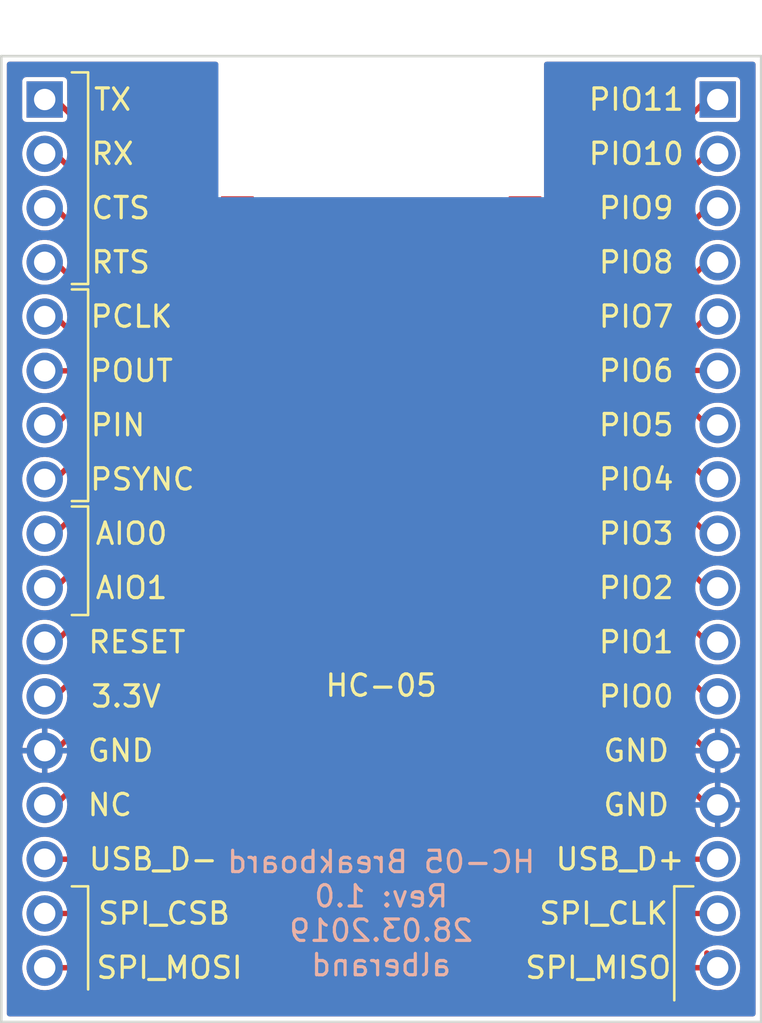
<source format=kicad_pcb>
(kicad_pcb (version 20171130) (host pcbnew 5.1.0)

  (general
    (thickness 1.6)
    (drawings 52)
    (tracks 104)
    (zones 0)
    (modules 3)
    (nets 1)
  )

  (page A4)
  (layers
    (0 F.Cu signal)
    (31 B.Cu signal)
    (32 B.Adhes user)
    (33 F.Adhes user)
    (34 B.Paste user)
    (35 F.Paste user)
    (36 B.SilkS user)
    (37 F.SilkS user)
    (38 B.Mask user)
    (39 F.Mask user)
    (40 Dwgs.User user)
    (41 Cmts.User user)
    (42 Eco1.User user)
    (43 Eco2.User user)
    (44 Edge.Cuts user)
    (45 Margin user)
    (46 B.CrtYd user)
    (47 F.CrtYd user)
    (48 B.Fab user)
    (49 F.Fab user)
  )

  (setup
    (last_trace_width 0.254)
    (user_trace_width 0.254)
    (trace_clearance 0.2)
    (zone_clearance 0.2)
    (zone_45_only no)
    (trace_min 0.2)
    (via_size 0.8)
    (via_drill 0.4)
    (via_min_size 0.4)
    (via_min_drill 0.3)
    (user_via 1.88 0.9)
    (uvia_size 0.3)
    (uvia_drill 0.1)
    (uvias_allowed no)
    (uvia_min_size 0.2)
    (uvia_min_drill 0.1)
    (edge_width 0.05)
    (segment_width 0.2)
    (pcb_text_width 0.3)
    (pcb_text_size 1.5 1.5)
    (mod_edge_width 0.12)
    (mod_text_size 1 1)
    (mod_text_width 0.15)
    (pad_size 1.7 1.7)
    (pad_drill 1)
    (pad_to_mask_clearance 0.051)
    (solder_mask_min_width 0.25)
    (aux_axis_origin 0 0)
    (visible_elements FFFFF77F)
    (pcbplotparams
      (layerselection 0x010f0_ffffffff)
      (usegerberextensions false)
      (usegerberattributes false)
      (usegerberadvancedattributes false)
      (creategerberjobfile false)
      (excludeedgelayer true)
      (linewidth 0.100000)
      (plotframeref false)
      (viasonmask false)
      (mode 1)
      (useauxorigin false)
      (hpglpennumber 1)
      (hpglpenspeed 20)
      (hpglpendiameter 15.000000)
      (psnegative false)
      (psa4output false)
      (plotreference true)
      (plotvalue true)
      (plotinvisibletext false)
      (padsonsilk false)
      (subtractmaskfromsilk false)
      (outputformat 1)
      (mirror false)
      (drillshape 0)
      (scaleselection 1)
      (outputdirectory "fab/"))
  )

  (net 0 "")

  (net_class Default "This is the default net class."
    (clearance 0.2)
    (trace_width 0.25)
    (via_dia 0.8)
    (via_drill 0.4)
    (uvia_dia 0.3)
    (uvia_drill 0.1)
  )

  (net_class 3V3 ""
    (clearance 0.2)
    (trace_width 0.25)
    (via_dia 0.8)
    (via_drill 0.4)
    (uvia_dia 0.3)
    (uvia_drill 0.1)
  )

  (net_class GND ""
    (clearance 0.2)
    (trace_width 0.25)
    (via_dia 0.8)
    (via_drill 0.4)
    (uvia_dia 0.3)
    (uvia_drill 0.1)
  )

  (module Connector_PinHeader_2.54mm:PinHeader_1x17_P2.54mm_Vertical (layer F.Cu) (tedit 5C9D0A73) (tstamp 5C9D6DCC)
    (at 53.848 66.04)
    (descr "Through hole straight pin header, 1x17, 2.54mm pitch, single row")
    (tags "Through hole pin header THT 1x17 2.54mm single row")
    (fp_text reference REF** (at 0 -2.33) (layer F.SilkS) hide
      (effects (font (size 1 1) (thickness 0.15)))
    )
    (fp_text value PinHeader_1x17_P2.54mm_Vertical (at 0 42.97) (layer F.Fab) hide
      (effects (font (size 1 1) (thickness 0.15)))
    )
    (fp_text user %R (at 0 20.32 90) (layer F.Fab)
      (effects (font (size 1 1) (thickness 0.15)))
    )
    (fp_line (start 1.8 -1.8) (end -1.8 -1.8) (layer F.CrtYd) (width 0.05))
    (fp_line (start 1.8 42.45) (end 1.8 -1.8) (layer F.CrtYd) (width 0.05))
    (fp_line (start -1.8 42.45) (end 1.8 42.45) (layer F.CrtYd) (width 0.05))
    (fp_line (start -1.8 -1.8) (end -1.8 42.45) (layer F.CrtYd) (width 0.05))
    (fp_line (start -1.27 -0.635) (end -0.635 -1.27) (layer F.Fab) (width 0.1))
    (fp_line (start -1.27 41.91) (end -1.27 -0.635) (layer F.Fab) (width 0.1))
    (fp_line (start 1.27 41.91) (end -1.27 41.91) (layer F.Fab) (width 0.1))
    (fp_line (start 1.27 -1.27) (end 1.27 41.91) (layer F.Fab) (width 0.1))
    (fp_line (start -0.635 -1.27) (end 1.27 -1.27) (layer F.Fab) (width 0.1))
    (pad 17 thru_hole oval (at 0 40.64) (size 1.7 1.7) (drill 1) (layers *.Cu *.Mask))
    (pad 16 thru_hole oval (at 0 38.1) (size 1.7 1.7) (drill 1) (layers *.Cu *.Mask))
    (pad 15 thru_hole oval (at 0 35.56) (size 1.7 1.7) (drill 1) (layers *.Cu *.Mask))
    (pad 14 thru_hole oval (at 0 33.02) (size 1.7 1.7) (drill 1) (layers *.Cu *.Mask))
    (pad 13 thru_hole oval (at 0 30.48) (size 1.7 1.7) (drill 1) (layers *.Cu *.Mask))
    (pad 12 thru_hole oval (at 0 27.94) (size 1.7 1.7) (drill 1) (layers *.Cu *.Mask))
    (pad 11 thru_hole oval (at 0 25.4) (size 1.7 1.7) (drill 1) (layers *.Cu *.Mask))
    (pad 10 thru_hole oval (at 0 22.86) (size 1.7 1.7) (drill 1) (layers *.Cu *.Mask))
    (pad 9 thru_hole oval (at 0 20.32) (size 1.7 1.7) (drill 1) (layers *.Cu *.Mask))
    (pad 8 thru_hole oval (at 0 17.78) (size 1.7 1.7) (drill 1) (layers *.Cu *.Mask))
    (pad 7 thru_hole oval (at 0 15.24) (size 1.7 1.7) (drill 1) (layers *.Cu *.Mask))
    (pad 6 thru_hole oval (at 0 12.7) (size 1.7 1.7) (drill 1) (layers *.Cu *.Mask))
    (pad 5 thru_hole oval (at 0 10.16) (size 1.7 1.7) (drill 1) (layers *.Cu *.Mask))
    (pad 4 thru_hole oval (at 0 7.62) (size 1.7 1.7) (drill 1) (layers *.Cu *.Mask))
    (pad 3 thru_hole oval (at 0 5.08) (size 1.7 1.7) (drill 1) (layers *.Cu *.Mask))
    (pad 2 thru_hole oval (at 0 2.54) (size 1.7 1.7) (drill 1) (layers *.Cu *.Mask))
    (pad 1 thru_hole rect (at 0 0) (size 1.7 1.7) (drill 1) (layers *.Cu *.Mask))
    (model ${KISYS3DMOD}/Connector_PinHeader_2.54mm.3dshapes/PinHeader_1x17_P2.54mm_Vertical.wrl
      (at (xyz 0 0 0))
      (scale (xyz 1 1 1))
      (rotate (xyz 0 0 0))
    )
  )

  (module Connector_PinHeader_2.54mm:PinHeader_1x17_P2.54mm_Vertical (layer F.Cu) (tedit 5C9D0B55) (tstamp 5C9D6D3B)
    (at 22.352 66.04)
    (descr "Through hole straight pin header, 1x17, 2.54mm pitch, single row")
    (tags "Through hole pin header THT 1x17 2.54mm single row")
    (fp_text reference REF** (at 0 -2.33) (layer F.SilkS) hide
      (effects (font (size 1 1) (thickness 0.15)))
    )
    (fp_text value PinHeader_1x17_P2.54mm_Vertical (at 0 42.97) (layer F.Fab) hide
      (effects (font (size 1 1) (thickness 0.15)))
    )
    (fp_text user %R (at 0 20.32 90) (layer F.Fab)
      (effects (font (size 1 1) (thickness 0.15)))
    )
    (fp_line (start 1.8 -1.8) (end -1.8 -1.8) (layer F.CrtYd) (width 0.05))
    (fp_line (start 1.8 42.45) (end 1.8 -1.8) (layer F.CrtYd) (width 0.05))
    (fp_line (start -1.8 42.45) (end 1.8 42.45) (layer F.CrtYd) (width 0.05))
    (fp_line (start -1.8 -1.8) (end -1.8 42.45) (layer F.CrtYd) (width 0.05))
    (fp_line (start -1.27 -0.635) (end -0.635 -1.27) (layer F.Fab) (width 0.1))
    (fp_line (start -1.27 41.91) (end -1.27 -0.635) (layer F.Fab) (width 0.1))
    (fp_line (start 1.27 41.91) (end -1.27 41.91) (layer F.Fab) (width 0.1))
    (fp_line (start 1.27 -1.27) (end 1.27 41.91) (layer F.Fab) (width 0.1))
    (fp_line (start -0.635 -1.27) (end 1.27 -1.27) (layer F.Fab) (width 0.1))
    (pad 17 thru_hole oval (at 0 40.64) (size 1.7 1.7) (drill 1) (layers *.Cu *.Mask))
    (pad 16 thru_hole oval (at 0 38.1) (size 1.7 1.7) (drill 1) (layers *.Cu *.Mask))
    (pad 15 thru_hole oval (at 0 35.56) (size 1.7 1.7) (drill 1) (layers *.Cu *.Mask))
    (pad 14 thru_hole oval (at 0 33.02) (size 1.7 1.7) (drill 1) (layers *.Cu *.Mask))
    (pad 13 thru_hole oval (at 0 30.48) (size 1.7 1.7) (drill 1) (layers *.Cu *.Mask))
    (pad 12 thru_hole oval (at 0 27.94) (size 1.7 1.7) (drill 1) (layers *.Cu *.Mask))
    (pad 11 thru_hole oval (at 0 25.4) (size 1.7 1.7) (drill 1) (layers *.Cu *.Mask))
    (pad 10 thru_hole oval (at 0 22.86) (size 1.7 1.7) (drill 1) (layers *.Cu *.Mask))
    (pad 9 thru_hole oval (at 0 20.32) (size 1.7 1.7) (drill 1) (layers *.Cu *.Mask))
    (pad 8 thru_hole oval (at 0 17.78) (size 1.7 1.7) (drill 1) (layers *.Cu *.Mask))
    (pad 7 thru_hole oval (at 0 15.24) (size 1.7 1.7) (drill 1) (layers *.Cu *.Mask))
    (pad 6 thru_hole oval (at 0 12.7) (size 1.7 1.7) (drill 1) (layers *.Cu *.Mask))
    (pad 5 thru_hole oval (at 0 10.16) (size 1.7 1.7) (drill 1) (layers *.Cu *.Mask))
    (pad 4 thru_hole oval (at 0 7.62) (size 1.7 1.7) (drill 1) (layers *.Cu *.Mask))
    (pad 3 thru_hole oval (at 0 5.08) (size 1.7 1.7) (drill 1) (layers *.Cu *.Mask))
    (pad 2 thru_hole oval (at 0 2.54) (size 1.7 1.7) (drill 1) (layers *.Cu *.Mask))
    (pad 1 thru_hole rect (at 0 0) (size 1.7 1.7) (drill 1) (layers *.Cu *.Mask))
    (model ${KISYS3DMOD}/Connector_PinHeader_2.54mm.3dshapes/PinHeader_1x17_P2.54mm_Vertical.wrl
      (at (xyz 0 0 0))
      (scale (xyz 1 1 1))
      (rotate (xyz 0 0 0))
    )
  )

  (module KiCAD-lib:HC-05 (layer F.Cu) (tedit 5C9CFE06) (tstamp 5C9D0011)
    (at 38.1 77.47)
    (fp_text reference HC-05 (at 0 16.002) (layer F.SilkS)
      (effects (font (size 1 1) (thickness 0.15)))
    )
    (fp_text value HC-05 (at 0 -15.24) (layer F.Fab)
      (effects (font (size 1 1) (thickness 0.15)))
    )
    (fp_text user "NO COPPER" (at 0 -10.16) (layer Eco1.User)
      (effects (font (size 1 1) (thickness 0.15)))
    )
    (fp_line (start 6.35 -7.5) (end -6.35 -7.5) (layer Eco1.User) (width 0.15))
    (fp_line (start -6.35 13.5) (end 6.35 13.5) (layer Eco1.User) (width 0.15))
    (fp_line (start -6.35 13.5) (end -6.35 -13.5) (layer Eco1.User) (width 0.15))
    (fp_line (start 6.35 -13.5) (end 6.35 13.5) (layer Eco1.User) (width 0.15))
    (fp_line (start -6.35 -13.5) (end 6.35 -13.5) (layer Eco1.User) (width 0.15))
    (pad 21 smd rect (at 5.25 13.716 90) (size 1.524 1.1) (layers F.Cu F.Paste F.Mask))
    (pad 20 smd rect (at 3.75 13.716 90) (size 1.524 1.1) (layers F.Cu F.Paste F.Mask))
    (pad 19 smd rect (at 2.25 13.716 90) (size 1.524 1.1) (layers F.Cu F.Paste F.Mask))
    (pad 18 smd rect (at 0.75 13.716 90) (size 1.524 1.1) (layers F.Cu F.Paste F.Mask))
    (pad 17 smd rect (at -0.75 13.716 90) (size 1.524 1.1) (layers F.Cu F.Paste F.Mask))
    (pad 16 smd rect (at -2.25 13.716 90) (size 1.524 1.1) (layers F.Cu F.Paste F.Mask))
    (pad 15 smd rect (at -3.75 13.716 90) (size 1.524 1.1) (layers F.Cu F.Paste F.Mask))
    (pad 14 smd rect (at -5.25 13.716 90) (size 1.524 1.1) (layers F.Cu F.Paste F.Mask))
    (pad 30 smd rect (at 6.731 -0.35) (size 1.524 1.1) (layers F.Cu F.Paste F.Mask))
    (pad 25 smd rect (at 6.731 7.15) (size 1.524 1.1) (layers F.Cu F.Paste F.Mask))
    (pad 26 smd rect (at 6.731 5.65) (size 1.524 1.1) (layers F.Cu F.Paste F.Mask))
    (pad 31 smd rect (at 6.731 -1.85) (size 1.524 1.1) (layers F.Cu F.Paste F.Mask))
    (pad 28 smd rect (at 6.731 2.65) (size 1.524 1.1) (layers F.Cu F.Paste F.Mask))
    (pad 27 smd rect (at 6.731 4.15) (size 1.524 1.1) (layers F.Cu F.Paste F.Mask))
    (pad 33 smd rect (at 6.731 -4.85) (size 1.524 1.1) (layers F.Cu F.Paste F.Mask))
    (pad 32 smd rect (at 6.731 -3.35) (size 1.524 1.1) (layers F.Cu F.Paste F.Mask))
    (pad 34 smd rect (at 6.731 -6.35) (size 1.524 1.1) (layers F.Cu F.Paste F.Mask))
    (pad 29 smd rect (at 6.731 1.15) (size 1.524 1.1) (layers F.Cu F.Paste F.Mask))
    (pad 22 smd rect (at 6.731 11.65) (size 1.524 1.1) (layers F.Cu F.Paste F.Mask))
    (pad 24 smd rect (at 6.731 8.65) (size 1.524 1.1) (layers F.Cu F.Paste F.Mask))
    (pad 23 smd rect (at 6.731 10.15) (size 1.524 1.1) (layers F.Cu F.Paste F.Mask))
    (pad 13 smd rect (at -6.731 11.65) (size 1.524 1.1) (layers F.Cu F.Paste F.Mask))
    (pad 11 smd rect (at -6.731 8.65) (size 1.524 1.1) (layers F.Cu F.Paste F.Mask))
    (pad 12 smd rect (at -6.731 10.15) (size 1.524 1.1) (layers F.Cu F.Paste F.Mask))
    (pad 9 smd rect (at -6.731 5.65) (size 1.524 1.1) (layers F.Cu F.Paste F.Mask))
    (pad 10 smd rect (at -6.731 7.15) (size 1.524 1.1) (layers F.Cu F.Paste F.Mask))
    (pad 7 smd rect (at -6.731 2.65) (size 1.524 1.1) (layers F.Cu F.Paste F.Mask))
    (pad 8 smd rect (at -6.731 4.15) (size 1.524 1.1) (layers F.Cu F.Paste F.Mask))
    (pad 5 smd rect (at -6.731 -0.35) (size 1.524 1.1) (layers F.Cu F.Paste F.Mask))
    (pad 6 smd rect (at -6.731 1.15) (size 1.524 1.1) (layers F.Cu F.Paste F.Mask))
    (pad 3 smd rect (at -6.731 -3.35) (size 1.524 1.1) (layers F.Cu F.Paste F.Mask))
    (pad 4 smd rect (at -6.731 -1.85) (size 1.524 1.1) (layers F.Cu F.Paste F.Mask))
    (pad 2 smd rect (at -6.731 -4.85) (size 1.524 1.1) (layers F.Cu F.Paste F.Mask))
    (pad 1 smd rect (at -6.731 -6.35) (size 1.524 1.1) (layers F.Cu F.Paste F.Mask))
  )

  (gr_line (start 24.384 64.77) (end 23.622 64.77) (layer F.SilkS) (width 0.12))
  (gr_line (start 24.384 74.676) (end 24.384 64.77) (layer F.SilkS) (width 0.12))
  (gr_line (start 23.622 74.676) (end 24.384 74.676) (layer F.SilkS) (width 0.12))
  (gr_line (start 24.384 74.93) (end 23.622 74.93) (layer F.SilkS) (width 0.12))
  (gr_line (start 24.384 84.836) (end 24.384 74.93) (layer F.SilkS) (width 0.12))
  (gr_line (start 23.622 84.836) (end 24.384 84.836) (layer F.SilkS) (width 0.12))
  (gr_line (start 24.384 90.17) (end 23.622 90.17) (layer F.SilkS) (width 0.12))
  (gr_line (start 24.384 85.09) (end 24.384 90.17) (layer F.SilkS) (width 0.12))
  (gr_line (start 23.622 85.09) (end 24.384 85.09) (layer F.SilkS) (width 0.12))
  (gr_line (start 51.816 102.87) (end 51.816 108.204) (layer F.SilkS) (width 0.12))
  (gr_line (start 52.705 102.87) (end 51.816 102.87) (layer F.SilkS) (width 0.12))
  (gr_line (start 24.384 102.87) (end 24.384 107.696) (layer F.SilkS) (width 0.12))
  (gr_line (start 23.622 102.87) (end 24.384 102.87) (layer F.SilkS) (width 0.12))
  (gr_text "HC-05 Breakboard\nRev: 1.0\n28.03.2019\nalberand" (at 38.1 104.14) (layer B.SilkS)
    (effects (font (size 1 1) (thickness 0.15)) (justify mirror))
  )
  (gr_text AIO0 (at 26.416 86.36) (layer F.SilkS) (tstamp 5C9788A1)
    (effects (font (size 1 1) (thickness 0.15)))
  )
  (gr_text RX (at 25.527 68.58) (layer F.SilkS) (tstamp 5C9788A0)
    (effects (font (size 1 1) (thickness 0.15)))
  )
  (gr_text AIO1 (at 26.416 88.9) (layer F.SilkS) (tstamp 5C97889F)
    (effects (font (size 1 1) (thickness 0.15)))
  )
  (gr_text TX (at 25.527 66.04) (layer F.SilkS) (tstamp 5C97889E)
    (effects (font (size 1 1) (thickness 0.15)))
  )
  (gr_text 3.3V (at 26.162 93.98) (layer F.SilkS) (tstamp 5C97889D)
    (effects (font (size 1 1) (thickness 0.15)))
  )
  (gr_text POUT (at 26.416 78.74) (layer F.SilkS) (tstamp 5C97889C)
    (effects (font (size 1 1) (thickness 0.15)))
  )
  (gr_text GND (at 25.908 96.52) (layer F.SilkS) (tstamp 5C97889B)
    (effects (font (size 1 1) (thickness 0.15)))
  )
  (gr_text RESET (at 26.67 91.44) (layer F.SilkS) (tstamp 5C97889A)
    (effects (font (size 1 1) (thickness 0.15)))
  )
  (gr_text NC (at 25.4 99.06) (layer F.SilkS) (tstamp 5C978899)
    (effects (font (size 1 1) (thickness 0.15)))
  )
  (gr_text RTS (at 25.908 73.66) (layer F.SilkS) (tstamp 5C978898)
    (effects (font (size 1 1) (thickness 0.15)))
  )
  (gr_text CTS (at 25.908 71.12) (layer F.SilkS) (tstamp 5C978897)
    (effects (font (size 1 1) (thickness 0.15)))
  )
  (gr_text SPI_MOSI (at 28.194 106.68) (layer F.SilkS) (tstamp 5C978896)
    (effects (font (size 1 1) (thickness 0.15)))
  )
  (gr_text PIN (at 25.781 81.28) (layer F.SilkS) (tstamp 5C978895)
    (effects (font (size 1 1) (thickness 0.15)))
  )
  (gr_text PSYNC (at 26.924 83.82) (layer F.SilkS) (tstamp 5C978894)
    (effects (font (size 1 1) (thickness 0.15)))
  )
  (gr_text SPI_CSB (at 27.94 104.14) (layer F.SilkS) (tstamp 5C978893)
    (effects (font (size 1 1) (thickness 0.15)))
  )
  (gr_text USB_D- (at 27.432 101.6) (layer F.SilkS) (tstamp 5C978892)
    (effects (font (size 1 1) (thickness 0.15)))
  )
  (gr_text PCLK (at 26.416 76.2) (layer F.SilkS) (tstamp 5C978891)
    (effects (font (size 1 1) (thickness 0.15)))
  )
  (gr_text GND (at 50.038 99.06) (layer F.SilkS) (tstamp 5C978855)
    (effects (font (size 1 1) (thickness 0.15)))
  )
  (gr_text SPI_MISO (at 48.26 106.68) (layer F.SilkS) (tstamp 5C978853)
    (effects (font (size 1 1) (thickness 0.15)))
  )
  (gr_text SPI_CLK (at 48.514 104.14) (layer F.SilkS) (tstamp 5C978851)
    (effects (font (size 1 1) (thickness 0.15)))
  )
  (gr_text USB_D+ (at 49.276 101.6) (layer F.SilkS) (tstamp 5C97884F)
    (effects (font (size 1 1) (thickness 0.15)))
  )
  (gr_text GND (at 50.038 96.52) (layer F.SilkS) (tstamp 5C97884D)
    (effects (font (size 1 1) (thickness 0.15)))
  )
  (gr_text PIO0 (at 50.038 93.98) (layer F.SilkS) (tstamp 5C97883F)
    (effects (font (size 1 1) (thickness 0.15)))
  )
  (gr_text PIO1 (at 50.038 91.44) (layer F.SilkS) (tstamp 5C97883D)
    (effects (font (size 1 1) (thickness 0.15)))
  )
  (gr_text PIO2 (at 50.038 88.9) (layer F.SilkS) (tstamp 5C97883B)
    (effects (font (size 1 1) (thickness 0.15)))
  )
  (gr_text PIO3 (at 50.038 86.36) (layer F.SilkS) (tstamp 5C978839)
    (effects (font (size 1 1) (thickness 0.15)))
  )
  (gr_text PIO4 (at 50.038 83.82) (layer F.SilkS) (tstamp 5C978837)
    (effects (font (size 1 1) (thickness 0.15)))
  )
  (gr_text PIO5 (at 50.038 81.28) (layer F.SilkS) (tstamp 5C978828)
    (effects (font (size 1 1) (thickness 0.15)))
  )
  (gr_text PIO6 (at 50.038 78.74) (layer F.SilkS) (tstamp 5C978826)
    (effects (font (size 1 1) (thickness 0.15)))
  )
  (gr_text PIO7 (at 50.038 76.2) (layer F.SilkS) (tstamp 5C978824)
    (effects (font (size 1 1) (thickness 0.15)))
  )
  (gr_text PIO8 (at 50.038 73.66) (layer F.SilkS) (tstamp 5C978822)
    (effects (font (size 1 1) (thickness 0.15)))
  )
  (gr_text PIO9 (at 50.038 71.12) (layer F.SilkS) (tstamp 5C978820)
    (effects (font (size 1 1) (thickness 0.15)))
  )
  (gr_text PIO10 (at 50.038 68.58) (layer F.SilkS) (tstamp 5C97881E)
    (effects (font (size 1 1) (thickness 0.15)))
  )
  (gr_text PIO11 (at 50.038 66.04) (layer F.SilkS)
    (effects (font (size 1 1) (thickness 0.15)))
  )
  (gr_line (start 20.32 64.008) (end 55.88 64.008) (layer Edge.Cuts) (width 0.12) (tstamp 5C9786B4))
  (gr_line (start 55.88 109.22) (end 55.88 64.008) (layer Edge.Cuts) (width 0.12) (tstamp 5C97862A))
  (gr_line (start 20.32 64.008) (end 20.32 109.22) (layer Edge.Cuts) (width 0.12) (tstamp 5C978629))
  (gr_line (start 20.32 109.22) (end 55.88 109.22) (layer Edge.Cuts) (width 0.12) (tstamp 5C978623))

  (segment (start 22.86 78.74) (end 30.988 78.74) (width 0.25) (layer F.Cu) (net 0))
  (segment (start 25.831999 100.660001) (end 34.544 91.948) (width 0.25) (layer F.Cu) (net 0))
  (segment (start 22.86 104.14) (end 24.384 104.14) (width 0.25) (layer F.Cu) (net 0))
  (segment (start 24.384 104.14) (end 36.068 92.456) (width 0.25) (layer F.Cu) (net 0))
  (segment (start 36.068 92.456) (end 36.068 91.44) (width 0.25) (layer F.Cu) (net 0))
  (segment (start 48.1584 71.2216) (end 53.34 66.04) (width 0.25) (layer F.Cu) (net 0))
  (segment (start 44.831 71.2216) (end 48.1584 71.2216) (width 0.25) (layer F.Cu) (net 0))
  (segment (start 49.1984 72.7216) (end 53.34 68.58) (width 0.25) (layer F.Cu) (net 0))
  (segment (start 44.831 72.7216) (end 49.1984 72.7216) (width 0.25) (layer F.Cu) (net 0))
  (segment (start 50.2384 74.2216) (end 53.34 71.12) (width 0.25) (layer F.Cu) (net 0))
  (segment (start 44.831 74.2216) (end 50.2384 74.2216) (width 0.25) (layer F.Cu) (net 0))
  (segment (start 51.2784 75.7216) (end 53.34 73.66) (width 0.25) (layer F.Cu) (net 0))
  (segment (start 44.831 75.7216) (end 51.2784 75.7216) (width 0.25) (layer F.Cu) (net 0))
  (segment (start 52.3184 77.2216) (end 53.34 76.2) (width 0.25) (layer F.Cu) (net 0))
  (segment (start 44.831 77.2216) (end 52.3184 77.2216) (width 0.25) (layer F.Cu) (net 0))
  (segment (start 53.3216 78.7216) (end 53.34 78.74) (width 0.25) (layer F.Cu) (net 0))
  (segment (start 44.831 78.7216) (end 53.3216 78.7216) (width 0.25) (layer F.Cu) (net 0))
  (segment (start 52.2816 80.2216) (end 53.34 81.28) (width 0.25) (layer F.Cu) (net 0))
  (segment (start 44.831 80.2216) (end 52.2816 80.2216) (width 0.25) (layer F.Cu) (net 0))
  (segment (start 51.2416 81.7216) (end 53.34 83.82) (width 0.25) (layer F.Cu) (net 0))
  (segment (start 44.831 81.7216) (end 51.2416 81.7216) (width 0.25) (layer F.Cu) (net 0))
  (segment (start 50.2016 83.2216) (end 53.34 86.36) (width 0.25) (layer F.Cu) (net 0))
  (segment (start 44.831 83.2216) (end 50.2016 83.2216) (width 0.25) (layer F.Cu) (net 0))
  (segment (start 49.1616 84.7216) (end 53.34 88.9) (width 0.25) (layer F.Cu) (net 0))
  (segment (start 44.831 84.7216) (end 49.1616 84.7216) (width 0.25) (layer F.Cu) (net 0))
  (segment (start 48.1216 86.2216) (end 53.34 91.44) (width 0.25) (layer F.Cu) (net 0))
  (segment (start 44.831 86.2216) (end 48.1216 86.2216) (width 0.25) (layer F.Cu) (net 0))
  (segment (start 47.0816 87.7216) (end 53.34 93.98) (width 0.25) (layer F.Cu) (net 0))
  (segment (start 44.831 87.7216) (end 47.0816 87.7216) (width 0.25) (layer F.Cu) (net 0))
  (segment (start 46.0416 89.2216) (end 53.34 96.52) (width 0.25) (layer F.Cu) (net 0))
  (segment (start 44.831 89.2216) (end 46.0416 89.2216) (width 0.25) (layer F.Cu) (net 0))
  (segment (start 52.01064 101.6) (end 53.34 101.6) (width 0.25) (layer F.Cu) (net 0))
  (segment (start 51.1504 101.6) (end 52.01064 101.6) (width 0.25) (layer F.Cu) (net 0))
  (segment (start 41.85 92.2996) (end 51.1504 101.6) (width 0.25) (layer F.Cu) (net 0))
  (segment (start 41.85 91.2876) (end 41.85 92.2996) (width 0.25) (layer F.Cu) (net 0))
  (segment (start 52.9904 104.14) (end 53.34 104.14) (width 0.25) (layer F.Cu) (net 0))
  (segment (start 40.35 91.2876) (end 40.35 91.4996) (width 0.25) (layer F.Cu) (net 0))
  (segment (start 53.34 105.9896) (end 53.34 106.68) (width 0.25) (layer F.Cu) (net 0))
  (segment (start 38.85 91.2876) (end 38.85 91.4996) (width 0.25) (layer F.Cu) (net 0))
  (segment (start 40.5064 92.456) (end 40.5064 92.8304) (width 0.25) (layer F.Cu) (net 0))
  (segment (start 51.816 104.14) (end 53.34 104.14) (width 0.25) (layer F.Cu) (net 0))
  (segment (start 40.5064 92.8304) (end 51.816 104.14) (width 0.25) (layer F.Cu) (net 0))
  (segment (start 40.5064 92.456) (end 40.5064 92.0816) (width 0.25) (layer F.Cu) (net 0))
  (segment (start 40.5064 92.0816) (end 40.64 91.948) (width 0.25) (layer F.Cu) (net 0))
  (segment (start 37.592 92.964) (end 37.592 91.44) (width 0.25) (layer F.Cu) (net 0))
  (segment (start 24.815999 105.740001) (end 37.592 92.964) (width 0.25) (layer F.Cu) (net 0))
  (segment (start 25.831999 100.660001) (end 24.892 101.6) (width 0.254) (layer F.Cu) (net 0))
  (segment (start 24.892 101.6) (end 22.86 101.6) (width 0.254) (layer F.Cu) (net 0))
  (segment (start 24.815999 105.740001) (end 23.876 106.68) (width 0.254) (layer F.Cu) (net 0))
  (segment (start 23.876 106.68) (end 22.86 106.68) (width 0.254) (layer F.Cu) (net 0))
  (segment (start 52.578 106.68) (end 53.34 106.68) (width 0.254) (layer F.Cu) (net 0))
  (segment (start 38.85 91.2876) (end 38.85 92.952) (width 0.254) (layer F.Cu) (net 0))
  (segment (start 38.85 92.952) (end 52.578 106.68) (width 0.254) (layer F.Cu) (net 0))
  (segment (start 23.8816 77.2216) (end 22.86 76.2) (width 0.254) (layer F.Cu) (net 0))
  (segment (start 31.369 77.2216) (end 23.8816 77.2216) (width 0.254) (layer F.Cu) (net 0))
  (segment (start 24.9216 75.7216) (end 22.86 73.66) (width 0.254) (layer F.Cu) (net 0))
  (segment (start 31.369 75.7216) (end 24.9216 75.7216) (width 0.254) (layer F.Cu) (net 0))
  (segment (start 25.9616 74.2216) (end 22.86 71.12) (width 0.254) (layer F.Cu) (net 0))
  (segment (start 31.369 74.2216) (end 25.9616 74.2216) (width 0.254) (layer F.Cu) (net 0))
  (segment (start 27.0016 72.7216) (end 22.86 68.58) (width 0.254) (layer F.Cu) (net 0))
  (segment (start 31.369 72.7216) (end 27.0016 72.7216) (width 0.254) (layer F.Cu) (net 0))
  (segment (start 28.0416 71.2216) (end 22.86 66.04) (width 0.254) (layer F.Cu) (net 0))
  (segment (start 31.369 71.2216) (end 28.0416 71.2216) (width 0.254) (layer F.Cu) (net 0))
  (segment (start 23.9184 80.2216) (end 22.86 81.28) (width 0.254) (layer F.Cu) (net 0))
  (segment (start 31.369 80.2216) (end 23.9184 80.2216) (width 0.254) (layer F.Cu) (net 0))
  (segment (start 24.9584 81.7216) (end 22.86 83.82) (width 0.254) (layer F.Cu) (net 0))
  (segment (start 31.369 81.7216) (end 24.9584 81.7216) (width 0.254) (layer F.Cu) (net 0))
  (segment (start 25.9984 83.2216) (end 22.86 86.36) (width 0.254) (layer F.Cu) (net 0))
  (segment (start 31.369 83.2216) (end 25.9984 83.2216) (width 0.254) (layer F.Cu) (net 0))
  (segment (start 27.0384 84.7216) (end 22.86 88.9) (width 0.254) (layer F.Cu) (net 0))
  (segment (start 31.369 84.7216) (end 27.0384 84.7216) (width 0.254) (layer F.Cu) (net 0))
  (segment (start 28.0784 86.2216) (end 22.86 91.44) (width 0.254) (layer F.Cu) (net 0))
  (segment (start 31.369 86.2216) (end 28.0784 86.2216) (width 0.254) (layer F.Cu) (net 0))
  (segment (start 29.1184 87.7216) (end 22.86 93.98) (width 0.254) (layer F.Cu) (net 0))
  (segment (start 31.369 87.7216) (end 29.1184 87.7216) (width 0.254) (layer F.Cu) (net 0))
  (segment (start 30.1584 89.2216) (end 22.86 96.52) (width 0.254) (layer F.Cu) (net 0))
  (segment (start 31.369 89.2216) (end 30.1584 89.2216) (width 0.254) (layer F.Cu) (net 0))
  (segment (start 30.6324 91.2876) (end 22.86 99.06) (width 0.254) (layer F.Cu) (net 0))
  (segment (start 32.85 91.2876) (end 30.6324 91.2876) (width 0.254) (layer F.Cu) (net 0))
  (segment (start 45.5676 91.2876) (end 53.34 99.06) (width 0.254) (layer F.Cu) (net 0))
  (segment (start 43.35 91.2876) (end 45.5676 91.2876) (width 0.254) (layer F.Cu) (net 0))
  (segment (start 22.352 96.52) (end 21.149919 96.52) (width 0.254) (layer F.Cu) (net 0))
  (segment (start 22.352 96.52) (end 22.352 95.377) (width 0.254) (layer F.Cu) (net 0))
  (segment (start 22.352 96.52) (end 23.554081 96.52) (width 0.254) (layer F.Cu) (net 0))
  (segment (start 22.352 96.52) (end 22.352 97.663) (width 0.254) (layer F.Cu) (net 0))
  (segment (start 22.352 96.52) (end 23.495 96.52) (width 0.254) (layer B.Cu) (net 0))
  (segment (start 22.352 96.52) (end 22.352 95.377) (width 0.254) (layer B.Cu) (net 0))
  (segment (start 22.352 96.52) (end 21.209 96.52) (width 0.254) (layer B.Cu) (net 0))
  (segment (start 22.352 96.52) (end 22.352 97.663) (width 0.254) (layer B.Cu) (net 0))
  (segment (start 53.848 99.06) (end 53.848 97.917) (width 0.254) (layer F.Cu) (net 0))
  (segment (start 53.848 99.06) (end 54.991 99.06) (width 0.254) (layer F.Cu) (net 0))
  (segment (start 53.848 99.06) (end 53.848 100.203) (width 0.254) (layer F.Cu) (net 0))
  (segment (start 53.848 99.06) (end 52.705 99.06) (width 0.254) (layer F.Cu) (net 0))
  (segment (start 53.848 96.52) (end 53.848 97.663) (width 0.254) (layer F.Cu) (net 0))
  (segment (start 53.848 96.52) (end 54.991 96.52) (width 0.254) (layer F.Cu) (net 0))
  (segment (start 53.848 96.52) (end 52.705 96.52) (width 0.254) (layer F.Cu) (net 0))
  (segment (start 53.848 96.52) (end 53.848 95.377) (width 0.254) (layer F.Cu) (net 0))
  (segment (start 53.848 96.52) (end 52.832 96.52) (width 0.254) (layer B.Cu) (net 0))
  (segment (start 53.848 96.52) (end 53.848 95.504) (width 0.254) (layer B.Cu) (net 0))
  (segment (start 53.848 96.52) (end 55.118 96.52) (width 0.254) (layer B.Cu) (net 0))
  (segment (start 53.848 96.52) (end 53.848 99.06) (width 0.254) (layer B.Cu) (net 0))
  (segment (start 52.324 99.06) (end 53.848 99.06) (width 0.254) (layer B.Cu) (net 0))
  (segment (start 53.848 99.06) (end 54.864 99.06) (width 0.254) (layer B.Cu) (net 0))
  (segment (start 53.848 99.06) (end 53.848 100.33) (width 0.254) (layer B.Cu) (net 0))

  (zone (net 0) (net_name "") (layer F.Cu) (tstamp 0) (hatch edge 0.508)
    (connect_pads (clearance 0.508))
    (min_thickness 0.254)
    (keepout (tracks not_allowed) (vias not_allowed) (copperpour allowed))
    (fill (arc_segments 32) (thermal_gap 0.508) (thermal_bridge_width 0.508))
    (polygon
      (pts
        (xy 30.48 64.008) (xy 45.72 64.008) (xy 45.72 70.104) (xy 30.48 70.104)
      )
    )
  )
  (zone (net 0) (net_name "") (layer F.Cu) (tstamp 5C9D7B63) (hatch edge 0.508)
    (connect_pads (clearance 0.2))
    (min_thickness 0.254)
    (fill yes (arc_segments 32) (thermal_gap 0.508) (thermal_bridge_width 0.508))
    (polygon
      (pts
        (xy 45.72 70.612) (xy 45.72 64.008) (xy 55.88 64.008) (xy 55.88 109.22) (xy 20.32 109.22)
        (xy 20.32 64.008) (xy 30.48 64.008) (xy 30.48 70.612)
      )
    )
    (filled_polygon
      (pts
        (xy 30.353 70.364047) (xy 30.333794 70.38745) (xy 30.30343 70.444257) (xy 30.284732 70.505897) (xy 30.278418 70.57)
        (xy 30.278418 70.7676) (xy 28.229653 70.7676) (xy 23.530582 66.06853) (xy 23.530582 65.19) (xy 23.524268 65.125897)
        (xy 23.50557 65.064257) (xy 23.475206 65.00745) (xy 23.434343 64.957657) (xy 23.38455 64.916794) (xy 23.327743 64.88643)
        (xy 23.266103 64.867732) (xy 23.202 64.861418) (xy 21.502 64.861418) (xy 21.437897 64.867732) (xy 21.376257 64.88643)
        (xy 21.31945 64.916794) (xy 21.269657 64.957657) (xy 21.228794 65.00745) (xy 21.19843 65.064257) (xy 21.179732 65.125897)
        (xy 21.173418 65.19) (xy 21.173418 66.89) (xy 21.179732 66.954103) (xy 21.19843 67.015743) (xy 21.228794 67.07255)
        (xy 21.269657 67.122343) (xy 21.31945 67.163206) (xy 21.376257 67.19357) (xy 21.437897 67.212268) (xy 21.502 67.218582)
        (xy 23.202 67.218582) (xy 23.266103 67.212268) (xy 23.327743 67.19357) (xy 23.35627 67.178322) (xy 27.70481 71.526863)
        (xy 27.719021 71.544179) (xy 27.788151 71.600913) (xy 27.863549 71.641214) (xy 27.867021 71.64307) (xy 27.9526 71.66903)
        (xy 27.961021 71.669859) (xy 28.019305 71.6756) (xy 28.019312 71.6756) (xy 28.0416 71.677795) (xy 28.063888 71.6756)
        (xy 30.27897 71.6756) (xy 30.284732 71.734103) (xy 30.30343 71.795743) (xy 30.333794 71.85255) (xy 30.348114 71.87)
        (xy 30.333794 71.88745) (xy 30.30343 71.944257) (xy 30.284732 72.005897) (xy 30.278418 72.07) (xy 30.278418 72.2676)
        (xy 27.189653 72.2676) (xy 23.531767 68.609715) (xy 23.534694 68.58) (xy 23.511969 68.349268) (xy 23.444667 68.127403)
        (xy 23.335374 67.92293) (xy 23.188291 67.743709) (xy 23.00907 67.596626) (xy 22.804597 67.487333) (xy 22.582732 67.420031)
        (xy 22.409812 67.403) (xy 22.294188 67.403) (xy 22.121268 67.420031) (xy 21.899403 67.487333) (xy 21.69493 67.596626)
        (xy 21.515709 67.743709) (xy 21.368626 67.92293) (xy 21.259333 68.127403) (xy 21.192031 68.349268) (xy 21.169306 68.58)
        (xy 21.192031 68.810732) (xy 21.259333 69.032597) (xy 21.368626 69.23707) (xy 21.515709 69.416291) (xy 21.69493 69.563374)
        (xy 21.899403 69.672667) (xy 22.121268 69.739969) (xy 22.294188 69.757) (xy 22.409812 69.757) (xy 22.582732 69.739969)
        (xy 22.804597 69.672667) (xy 23.00907 69.563374) (xy 23.114663 69.476716) (xy 26.66481 73.026863) (xy 26.679021 73.044179)
        (xy 26.748151 73.100913) (xy 26.823549 73.141214) (xy 26.827021 73.14307) (xy 26.9126 73.16903) (xy 26.921021 73.169859)
        (xy 26.979305 73.1756) (xy 26.979312 73.1756) (xy 27.0016 73.177795) (xy 27.023888 73.1756) (xy 30.27897 73.1756)
        (xy 30.284732 73.234103) (xy 30.30343 73.295743) (xy 30.333794 73.35255) (xy 30.348114 73.37) (xy 30.333794 73.38745)
        (xy 30.30343 73.444257) (xy 30.284732 73.505897) (xy 30.278418 73.57) (xy 30.278418 73.7676) (xy 26.149653 73.7676)
        (xy 23.531767 71.149715) (xy 23.534694 71.12) (xy 23.511969 70.889268) (xy 23.444667 70.667403) (xy 23.335374 70.46293)
        (xy 23.188291 70.283709) (xy 23.00907 70.136626) (xy 22.804597 70.027333) (xy 22.582732 69.960031) (xy 22.409812 69.943)
        (xy 22.294188 69.943) (xy 22.121268 69.960031) (xy 21.899403 70.027333) (xy 21.69493 70.136626) (xy 21.515709 70.283709)
        (xy 21.368626 70.46293) (xy 21.259333 70.667403) (xy 21.192031 70.889268) (xy 21.169306 71.12) (xy 21.192031 71.350732)
        (xy 21.259333 71.572597) (xy 21.368626 71.77707) (xy 21.515709 71.956291) (xy 21.69493 72.103374) (xy 21.899403 72.212667)
        (xy 22.121268 72.279969) (xy 22.294188 72.297) (xy 22.409812 72.297) (xy 22.582732 72.279969) (xy 22.804597 72.212667)
        (xy 23.00907 72.103374) (xy 23.114663 72.016716) (xy 25.62481 74.526863) (xy 25.639021 74.544179) (xy 25.708151 74.600913)
        (xy 25.783549 74.641214) (xy 25.787021 74.64307) (xy 25.8726 74.66903) (xy 25.881021 74.669859) (xy 25.939305 74.6756)
        (xy 25.939312 74.6756) (xy 25.9616 74.677795) (xy 25.983888 74.6756) (xy 30.27897 74.6756) (xy 30.284732 74.734103)
        (xy 30.30343 74.795743) (xy 30.333794 74.85255) (xy 30.348114 74.87) (xy 30.333794 74.88745) (xy 30.30343 74.944257)
        (xy 30.284732 75.005897) (xy 30.278418 75.07) (xy 30.278418 75.2676) (xy 25.109653 75.2676) (xy 23.531767 73.689715)
        (xy 23.534694 73.66) (xy 23.511969 73.429268) (xy 23.444667 73.207403) (xy 23.335374 73.00293) (xy 23.188291 72.823709)
        (xy 23.00907 72.676626) (xy 22.804597 72.567333) (xy 22.582732 72.500031) (xy 22.409812 72.483) (xy 22.294188 72.483)
        (xy 22.121268 72.500031) (xy 21.899403 72.567333) (xy 21.69493 72.676626) (xy 21.515709 72.823709) (xy 21.368626 73.00293)
        (xy 21.259333 73.207403) (xy 21.192031 73.429268) (xy 21.169306 73.66) (xy 21.192031 73.890732) (xy 21.259333 74.112597)
        (xy 21.368626 74.31707) (xy 21.515709 74.496291) (xy 21.69493 74.643374) (xy 21.899403 74.752667) (xy 22.121268 74.819969)
        (xy 22.294188 74.837) (xy 22.409812 74.837) (xy 22.582732 74.819969) (xy 22.804597 74.752667) (xy 23.00907 74.643374)
        (xy 23.114663 74.556716) (xy 24.58481 76.026863) (xy 24.599021 76.044179) (xy 24.668151 76.100913) (xy 24.743549 76.141214)
        (xy 24.747021 76.14307) (xy 24.8326 76.16903) (xy 24.841021 76.169859) (xy 24.899305 76.1756) (xy 24.899312 76.1756)
        (xy 24.9216 76.177795) (xy 24.943888 76.1756) (xy 30.27897 76.1756) (xy 30.284732 76.234103) (xy 30.30343 76.295743)
        (xy 30.333794 76.35255) (xy 30.348114 76.37) (xy 30.333794 76.38745) (xy 30.30343 76.444257) (xy 30.284732 76.505897)
        (xy 30.278418 76.57) (xy 30.278418 76.7676) (xy 24.069653 76.7676) (xy 23.531767 76.229715) (xy 23.534694 76.2)
        (xy 23.511969 75.969268) (xy 23.444667 75.747403) (xy 23.335374 75.54293) (xy 23.188291 75.363709) (xy 23.00907 75.216626)
        (xy 22.804597 75.107333) (xy 22.582732 75.040031) (xy 22.409812 75.023) (xy 22.294188 75.023) (xy 22.121268 75.040031)
        (xy 21.899403 75.107333) (xy 21.69493 75.216626) (xy 21.515709 75.363709) (xy 21.368626 75.54293) (xy 21.259333 75.747403)
        (xy 21.192031 75.969268) (xy 21.169306 76.2) (xy 21.192031 76.430732) (xy 21.259333 76.652597) (xy 21.368626 76.85707)
        (xy 21.515709 77.036291) (xy 21.69493 77.183374) (xy 21.899403 77.292667) (xy 22.121268 77.359969) (xy 22.294188 77.377)
        (xy 22.409812 77.377) (xy 22.582732 77.359969) (xy 22.804597 77.292667) (xy 23.00907 77.183374) (xy 23.114663 77.096716)
        (xy 23.54481 77.526863) (xy 23.559021 77.544179) (xy 23.628151 77.600913) (xy 23.707021 77.64307) (xy 23.792601 77.66903)
        (xy 23.859305 77.6756) (xy 23.859312 77.6756) (xy 23.8816 77.677795) (xy 23.903888 77.6756) (xy 30.27897 77.6756)
        (xy 30.284732 77.734103) (xy 30.30343 77.795743) (xy 30.333794 77.85255) (xy 30.348114 77.87) (xy 30.333794 77.88745)
        (xy 30.30343 77.944257) (xy 30.284732 78.005897) (xy 30.278418 78.07) (xy 30.278418 78.288) (xy 23.444848 78.288)
        (xy 23.444667 78.287403) (xy 23.335374 78.08293) (xy 23.188291 77.903709) (xy 23.00907 77.756626) (xy 22.804597 77.647333)
        (xy 22.582732 77.580031) (xy 22.409812 77.563) (xy 22.294188 77.563) (xy 22.121268 77.580031) (xy 21.899403 77.647333)
        (xy 21.69493 77.756626) (xy 21.515709 77.903709) (xy 21.368626 78.08293) (xy 21.259333 78.287403) (xy 21.192031 78.509268)
        (xy 21.169306 78.74) (xy 21.192031 78.970732) (xy 21.259333 79.192597) (xy 21.368626 79.39707) (xy 21.515709 79.576291)
        (xy 21.69493 79.723374) (xy 21.899403 79.832667) (xy 22.121268 79.899969) (xy 22.294188 79.917) (xy 22.409812 79.917)
        (xy 22.582732 79.899969) (xy 22.804597 79.832667) (xy 23.00907 79.723374) (xy 23.188291 79.576291) (xy 23.335374 79.39707)
        (xy 23.444667 79.192597) (xy 23.444848 79.192) (xy 30.280585 79.192) (xy 30.284732 79.234103) (xy 30.30343 79.295743)
        (xy 30.333794 79.35255) (xy 30.348114 79.37) (xy 30.333794 79.38745) (xy 30.30343 79.444257) (xy 30.284732 79.505897)
        (xy 30.278418 79.57) (xy 30.278418 79.7676) (xy 23.940688 79.7676) (xy 23.9184 79.765405) (xy 23.896112 79.7676)
        (xy 23.896105 79.7676) (xy 23.837821 79.773341) (xy 23.8294 79.77417) (xy 23.743821 79.80013) (xy 23.664951 79.842287)
        (xy 23.595821 79.899021) (xy 23.58161 79.916337) (xy 23.114663 80.383284) (xy 23.00907 80.296626) (xy 22.804597 80.187333)
        (xy 22.582732 80.120031) (xy 22.409812 80.103) (xy 22.294188 80.103) (xy 22.121268 80.120031) (xy 21.899403 80.187333)
        (xy 21.69493 80.296626) (xy 21.515709 80.443709) (xy 21.368626 80.62293) (xy 21.259333 80.827403) (xy 21.192031 81.049268)
        (xy 21.169306 81.28) (xy 21.192031 81.510732) (xy 21.259333 81.732597) (xy 21.368626 81.93707) (xy 21.515709 82.116291)
        (xy 21.69493 82.263374) (xy 21.899403 82.372667) (xy 22.121268 82.439969) (xy 22.294188 82.457) (xy 22.409812 82.457)
        (xy 22.582732 82.439969) (xy 22.804597 82.372667) (xy 23.00907 82.263374) (xy 23.188291 82.116291) (xy 23.335374 81.93707)
        (xy 23.444667 81.732597) (xy 23.511969 81.510732) (xy 23.534694 81.28) (xy 23.531767 81.250285) (xy 24.106453 80.6756)
        (xy 30.27897 80.6756) (xy 30.284732 80.734103) (xy 30.30343 80.795743) (xy 30.333794 80.85255) (xy 30.348114 80.87)
        (xy 30.333794 80.88745) (xy 30.30343 80.944257) (xy 30.284732 81.005897) (xy 30.278418 81.07) (xy 30.278418 81.2676)
        (xy 24.980688 81.2676) (xy 24.9584 81.265405) (xy 24.936112 81.2676) (xy 24.936105 81.2676) (xy 24.877821 81.273341)
        (xy 24.8694 81.27417) (xy 24.783821 81.30013) (xy 24.704951 81.342287) (xy 24.635821 81.399021) (xy 24.62161 81.416337)
        (xy 23.114663 82.923284) (xy 23.00907 82.836626) (xy 22.804597 82.727333) (xy 22.582732 82.660031) (xy 22.409812 82.643)
        (xy 22.294188 82.643) (xy 22.121268 82.660031) (xy 21.899403 82.727333) (xy 21.69493 82.836626) (xy 21.515709 82.983709)
        (xy 21.368626 83.16293) (xy 21.259333 83.367403) (xy 21.192031 83.589268) (xy 21.169306 83.82) (xy 21.192031 84.050732)
        (xy 21.259333 84.272597) (xy 21.368626 84.47707) (xy 21.515709 84.656291) (xy 21.69493 84.803374) (xy 21.899403 84.912667)
        (xy 22.121268 84.979969) (xy 22.294188 84.997) (xy 22.409812 84.997) (xy 22.582732 84.979969) (xy 22.804597 84.912667)
        (xy 23.00907 84.803374) (xy 23.188291 84.656291) (xy 23.335374 84.47707) (xy 23.444667 84.272597) (xy 23.511969 84.050732)
        (xy 23.534694 83.82) (xy 23.531767 83.790285) (xy 25.146453 82.1756) (xy 30.27897 82.1756) (xy 30.284732 82.234103)
        (xy 30.30343 82.295743) (xy 30.333794 82.35255) (xy 30.348114 82.37) (xy 30.333794 82.38745) (xy 30.30343 82.444257)
        (xy 30.284732 82.505897) (xy 30.278418 82.57) (xy 30.278418 82.7676) (xy 26.020688 82.7676) (xy 25.9984 82.765405)
        (xy 25.976112 82.7676) (xy 25.976105 82.7676) (xy 25.917821 82.773341) (xy 25.9094 82.77417) (xy 25.823821 82.80013)
        (xy 25.744951 82.842287) (xy 25.675821 82.899021) (xy 25.66161 82.916337) (xy 23.114663 85.463284) (xy 23.00907 85.376626)
        (xy 22.804597 85.267333) (xy 22.582732 85.200031) (xy 22.409812 85.183) (xy 22.294188 85.183) (xy 22.121268 85.200031)
        (xy 21.899403 85.267333) (xy 21.69493 85.376626) (xy 21.515709 85.523709) (xy 21.368626 85.70293) (xy 21.259333 85.907403)
        (xy 21.192031 86.129268) (xy 21.169306 86.36) (xy 21.192031 86.590732) (xy 21.259333 86.812597) (xy 21.368626 87.01707)
        (xy 21.515709 87.196291) (xy 21.69493 87.343374) (xy 21.899403 87.452667) (xy 22.121268 87.519969) (xy 22.294188 87.537)
        (xy 22.409812 87.537) (xy 22.582732 87.519969) (xy 22.804597 87.452667) (xy 23.00907 87.343374) (xy 23.188291 87.196291)
        (xy 23.335374 87.01707) (xy 23.444667 86.812597) (xy 23.511969 86.590732) (xy 23.534694 86.36) (xy 23.531767 86.330285)
        (xy 26.186453 83.6756) (xy 30.27897 83.6756) (xy 30.284732 83.734103) (xy 30.30343 83.795743) (xy 30.333794 83.85255)
        (xy 30.348114 83.87) (xy 30.333794 83.88745) (xy 30.30343 83.944257) (xy 30.284732 84.005897) (xy 30.278418 84.07)
        (xy 30.278418 84.2676) (xy 27.060688 84.2676) (xy 27.0384 84.265405) (xy 27.016112 84.2676) (xy 27.016105 84.2676)
        (xy 26.957821 84.273341) (xy 26.9494 84.27417) (xy 26.863821 84.30013) (xy 26.784951 84.342287) (xy 26.715821 84.399021)
        (xy 26.70161 84.416337) (xy 23.114663 88.003284) (xy 23.00907 87.916626) (xy 22.804597 87.807333) (xy 22.582732 87.740031)
        (xy 22.409812 87.723) (xy 22.294188 87.723) (xy 22.121268 87.740031) (xy 21.899403 87.807333) (xy 21.69493 87.916626)
        (xy 21.515709 88.063709) (xy 21.368626 88.24293) (xy 21.259333 88.447403) (xy 21.192031 88.669268) (xy 21.169306 88.9)
        (xy 21.192031 89.130732) (xy 21.259333 89.352597) (xy 21.368626 89.55707) (xy 21.515709 89.736291) (xy 21.69493 89.883374)
        (xy 21.899403 89.992667) (xy 22.121268 90.059969) (xy 22.294188 90.077) (xy 22.409812 90.077) (xy 22.582732 90.059969)
        (xy 22.804597 89.992667) (xy 23.00907 89.883374) (xy 23.188291 89.736291) (xy 23.335374 89.55707) (xy 23.444667 89.352597)
        (xy 23.511969 89.130732) (xy 23.534694 88.9) (xy 23.531767 88.870285) (xy 27.226453 85.1756) (xy 30.27897 85.1756)
        (xy 30.284732 85.234103) (xy 30.30343 85.295743) (xy 30.333794 85.35255) (xy 30.348114 85.37) (xy 30.333794 85.38745)
        (xy 30.30343 85.444257) (xy 30.284732 85.505897) (xy 30.278418 85.57) (xy 30.278418 85.7676) (xy 28.100687 85.7676)
        (xy 28.078399 85.765405) (xy 28.056111 85.7676) (xy 28.056105 85.7676) (xy 27.998701 85.773254) (xy 27.9894 85.77417)
        (xy 27.903821 85.80013) (xy 27.824951 85.842287) (xy 27.755821 85.899021) (xy 27.74161 85.916337) (xy 23.114663 90.543284)
        (xy 23.00907 90.456626) (xy 22.804597 90.347333) (xy 22.582732 90.280031) (xy 22.409812 90.263) (xy 22.294188 90.263)
        (xy 22.121268 90.280031) (xy 21.899403 90.347333) (xy 21.69493 90.456626) (xy 21.515709 90.603709) (xy 21.368626 90.78293)
        (xy 21.259333 90.987403) (xy 21.192031 91.209268) (xy 21.169306 91.44) (xy 21.192031 91.670732) (xy 21.259333 91.892597)
        (xy 21.368626 92.09707) (xy 21.515709 92.276291) (xy 21.69493 92.423374) (xy 21.899403 92.532667) (xy 22.121268 92.599969)
        (xy 22.294188 92.617) (xy 22.409812 92.617) (xy 22.582732 92.599969) (xy 22.804597 92.532667) (xy 23.00907 92.423374)
        (xy 23.188291 92.276291) (xy 23.335374 92.09707) (xy 23.444667 91.892597) (xy 23.511969 91.670732) (xy 23.534694 91.44)
        (xy 23.531767 91.410285) (xy 28.266453 86.6756) (xy 30.27897 86.6756) (xy 30.284732 86.734103) (xy 30.30343 86.795743)
        (xy 30.333794 86.85255) (xy 30.348114 86.87) (xy 30.333794 86.88745) (xy 30.30343 86.944257) (xy 30.284732 87.005897)
        (xy 30.278418 87.07) (xy 30.278418 87.2676) (xy 29.140687 87.2676) (xy 29.118399 87.265405) (xy 29.096111 87.2676)
        (xy 29.096105 87.2676) (xy 29.038701 87.273254) (xy 29.0294 87.27417) (xy 28.943821 87.30013) (xy 28.864951 87.342287)
        (xy 28.795821 87.399021) (xy 28.78161 87.416337) (xy 23.114663 93.083284) (xy 23.00907 92.996626) (xy 22.804597 92.887333)
        (xy 22.582732 92.820031) (xy 22.409812 92.803) (xy 22.294188 92.803) (xy 22.121268 92.820031) (xy 21.899403 92.887333)
        (xy 21.69493 92.996626) (xy 21.515709 93.143709) (xy 21.368626 93.32293) (xy 21.259333 93.527403) (xy 21.192031 93.749268)
        (xy 21.169306 93.98) (xy 21.192031 94.210732) (xy 21.259333 94.432597) (xy 21.368626 94.63707) (xy 21.515709 94.816291)
        (xy 21.69493 94.963374) (xy 21.899403 95.072667) (xy 22.121268 95.139969) (xy 22.294188 95.157) (xy 22.409812 95.157)
        (xy 22.582732 95.139969) (xy 22.804597 95.072667) (xy 23.00907 94.963374) (xy 23.188291 94.816291) (xy 23.335374 94.63707)
        (xy 23.444667 94.432597) (xy 23.511969 94.210732) (xy 23.534694 93.98) (xy 23.531767 93.950285) (xy 29.306453 88.1756)
        (xy 30.27897 88.1756) (xy 30.284732 88.234103) (xy 30.30343 88.295743) (xy 30.333794 88.35255) (xy 30.348114 88.37)
        (xy 30.333794 88.38745) (xy 30.30343 88.444257) (xy 30.284732 88.505897) (xy 30.278418 88.57) (xy 30.278418 88.7676)
        (xy 30.180687 88.7676) (xy 30.158399 88.765405) (xy 30.136111 88.7676) (xy 30.136105 88.7676) (xy 30.078701 88.773254)
        (xy 30.0694 88.77417) (xy 29.983821 88.80013) (xy 29.904951 88.842287) (xy 29.835821 88.899021) (xy 29.82161 88.916337)
        (xy 23.114663 95.623284) (xy 23.00907 95.536626) (xy 22.804597 95.427333) (xy 22.582732 95.360031) (xy 22.409812 95.343)
        (xy 22.294188 95.343) (xy 22.121268 95.360031) (xy 21.899403 95.427333) (xy 21.69493 95.536626) (xy 21.515709 95.683709)
        (xy 21.368626 95.86293) (xy 21.259333 96.067403) (xy 21.192031 96.289268) (xy 21.169306 96.52) (xy 21.192031 96.750732)
        (xy 21.259333 96.972597) (xy 21.368626 97.17707) (xy 21.515709 97.356291) (xy 21.69493 97.503374) (xy 21.899403 97.612667)
        (xy 22.121268 97.679969) (xy 22.294188 97.697) (xy 22.409812 97.697) (xy 22.582732 97.679969) (xy 22.804597 97.612667)
        (xy 23.00907 97.503374) (xy 23.188291 97.356291) (xy 23.335374 97.17707) (xy 23.444667 96.972597) (xy 23.511969 96.750732)
        (xy 23.534694 96.52) (xy 23.531767 96.490285) (xy 30.285481 89.736572) (xy 30.30343 89.795743) (xy 30.333794 89.85255)
        (xy 30.374657 89.902343) (xy 30.42445 89.943206) (xy 30.481257 89.97357) (xy 30.542897 89.992268) (xy 30.607 89.998582)
        (xy 32.131 89.998582) (xy 32.195103 89.992268) (xy 32.256743 89.97357) (xy 32.31355 89.943206) (xy 32.363343 89.902343)
        (xy 32.404206 89.85255) (xy 32.43457 89.795743) (xy 32.453268 89.734103) (xy 32.459582 89.67) (xy 32.459582 88.57)
        (xy 32.453268 88.505897) (xy 32.43457 88.444257) (xy 32.404206 88.38745) (xy 32.389886 88.37) (xy 32.404206 88.35255)
        (xy 32.43457 88.295743) (xy 32.453268 88.234103) (xy 32.459582 88.17) (xy 32.459582 87.07) (xy 32.453268 87.005897)
        (xy 32.43457 86.944257) (xy 32.404206 86.88745) (xy 32.389886 86.87) (xy 32.404206 86.85255) (xy 32.43457 86.795743)
        (xy 32.453268 86.734103) (xy 32.459582 86.67) (xy 32.459582 85.57) (xy 32.453268 85.505897) (xy 32.43457 85.444257)
        (xy 32.404206 85.38745) (xy 32.389886 85.37) (xy 32.404206 85.35255) (xy 32.43457 85.295743) (xy 32.453268 85.234103)
        (xy 32.459582 85.17) (xy 32.459582 84.07) (xy 32.453268 84.005897) (xy 32.43457 83.944257) (xy 32.404206 83.88745)
        (xy 32.389886 83.87) (xy 32.404206 83.85255) (xy 32.43457 83.795743) (xy 32.453268 83.734103) (xy 32.459582 83.67)
        (xy 32.459582 82.57) (xy 32.453268 82.505897) (xy 32.43457 82.444257) (xy 32.404206 82.38745) (xy 32.389886 82.37)
        (xy 32.404206 82.35255) (xy 32.43457 82.295743) (xy 32.453268 82.234103) (xy 32.459582 82.17) (xy 32.459582 81.07)
        (xy 32.453268 81.005897) (xy 32.43457 80.944257) (xy 32.404206 80.88745) (xy 32.389886 80.87) (xy 32.404206 80.85255)
        (xy 32.43457 80.795743) (xy 32.453268 80.734103) (xy 32.459582 80.67) (xy 32.459582 79.57) (xy 32.453268 79.505897)
        (xy 32.43457 79.444257) (xy 32.404206 79.38745) (xy 32.389886 79.37) (xy 32.404206 79.35255) (xy 32.43457 79.295743)
        (xy 32.453268 79.234103) (xy 32.459582 79.17) (xy 32.459582 78.07) (xy 32.453268 78.005897) (xy 32.43457 77.944257)
        (xy 32.404206 77.88745) (xy 32.389886 77.87) (xy 32.404206 77.85255) (xy 32.43457 77.795743) (xy 32.453268 77.734103)
        (xy 32.459582 77.67) (xy 32.459582 76.57) (xy 32.453268 76.505897) (xy 32.43457 76.444257) (xy 32.404206 76.38745)
        (xy 32.389886 76.37) (xy 32.404206 76.35255) (xy 32.43457 76.295743) (xy 32.453268 76.234103) (xy 32.459582 76.17)
        (xy 32.459582 75.07) (xy 32.453268 75.005897) (xy 32.43457 74.944257) (xy 32.404206 74.88745) (xy 32.389886 74.87)
        (xy 32.404206 74.85255) (xy 32.43457 74.795743) (xy 32.453268 74.734103) (xy 32.459582 74.67) (xy 32.459582 73.57)
        (xy 32.453268 73.505897) (xy 32.43457 73.444257) (xy 32.404206 73.38745) (xy 32.389886 73.37) (xy 32.404206 73.35255)
        (xy 32.43457 73.295743) (xy 32.453268 73.234103) (xy 32.459582 73.17) (xy 32.459582 72.07) (xy 32.453268 72.005897)
        (xy 32.43457 71.944257) (xy 32.404206 71.88745) (xy 32.389886 71.87) (xy 32.404206 71.85255) (xy 32.43457 71.795743)
        (xy 32.453268 71.734103) (xy 32.459582 71.67) (xy 32.459582 70.739) (xy 43.740418 70.739) (xy 43.740418 71.67)
        (xy 43.746732 71.734103) (xy 43.76543 71.795743) (xy 43.795794 71.85255) (xy 43.810114 71.87) (xy 43.795794 71.88745)
        (xy 43.76543 71.944257) (xy 43.746732 72.005897) (xy 43.740418 72.07) (xy 43.740418 73.17) (xy 43.746732 73.234103)
        (xy 43.76543 73.295743) (xy 43.795794 73.35255) (xy 43.810114 73.37) (xy 43.795794 73.38745) (xy 43.76543 73.444257)
        (xy 43.746732 73.505897) (xy 43.740418 73.57) (xy 43.740418 74.67) (xy 43.746732 74.734103) (xy 43.76543 74.795743)
        (xy 43.795794 74.85255) (xy 43.810114 74.87) (xy 43.795794 74.88745) (xy 43.76543 74.944257) (xy 43.746732 75.005897)
        (xy 43.740418 75.07) (xy 43.740418 76.17) (xy 43.746732 76.234103) (xy 43.76543 76.295743) (xy 43.795794 76.35255)
        (xy 43.810114 76.37) (xy 43.795794 76.38745) (xy 43.76543 76.444257) (xy 43.746732 76.505897) (xy 43.740418 76.57)
        (xy 43.740418 77.67) (xy 43.746732 77.734103) (xy 43.76543 77.795743) (xy 43.795794 77.85255) (xy 43.810114 77.87)
        (xy 43.795794 77.88745) (xy 43.76543 77.944257) (xy 43.746732 78.005897) (xy 43.740418 78.07) (xy 43.740418 79.17)
        (xy 43.746732 79.234103) (xy 43.76543 79.295743) (xy 43.795794 79.35255) (xy 43.810114 79.37) (xy 43.795794 79.38745)
        (xy 43.76543 79.444257) (xy 43.746732 79.505897) (xy 43.740418 79.57) (xy 43.740418 80.67) (xy 43.746732 80.734103)
        (xy 43.76543 80.795743) (xy 43.795794 80.85255) (xy 43.810114 80.87) (xy 43.795794 80.88745) (xy 43.76543 80.944257)
        (xy 43.746732 81.005897) (xy 43.740418 81.07) (xy 43.740418 82.17) (xy 43.746732 82.234103) (xy 43.76543 82.295743)
        (xy 43.795794 82.35255) (xy 43.810114 82.37) (xy 43.795794 82.38745) (xy 43.76543 82.444257) (xy 43.746732 82.505897)
        (xy 43.740418 82.57) (xy 43.740418 83.67) (xy 43.746732 83.734103) (xy 43.76543 83.795743) (xy 43.795794 83.85255)
        (xy 43.810114 83.87) (xy 43.795794 83.88745) (xy 43.76543 83.944257) (xy 43.746732 84.005897) (xy 43.740418 84.07)
        (xy 43.740418 85.17) (xy 43.746732 85.234103) (xy 43.76543 85.295743) (xy 43.795794 85.35255) (xy 43.810114 85.37)
        (xy 43.795794 85.38745) (xy 43.76543 85.444257) (xy 43.746732 85.505897) (xy 43.740418 85.57) (xy 43.740418 86.67)
        (xy 43.746732 86.734103) (xy 43.76543 86.795743) (xy 43.795794 86.85255) (xy 43.810114 86.87) (xy 43.795794 86.88745)
        (xy 43.76543 86.944257) (xy 43.746732 87.005897) (xy 43.740418 87.07) (xy 43.740418 88.17) (xy 43.746732 88.234103)
        (xy 43.76543 88.295743) (xy 43.795794 88.35255) (xy 43.810114 88.37) (xy 43.795794 88.38745) (xy 43.76543 88.444257)
        (xy 43.746732 88.505897) (xy 43.740418 88.57) (xy 43.740418 89.67) (xy 43.746732 89.734103) (xy 43.76543 89.795743)
        (xy 43.795794 89.85255) (xy 43.836657 89.902343) (xy 43.88645 89.943206) (xy 43.943257 89.97357) (xy 44.004897 89.992268)
        (xy 44.069 89.998582) (xy 45.593 89.998582) (xy 45.657103 89.992268) (xy 45.718743 89.97357) (xy 45.77555 89.943206)
        (xy 45.825343 89.902343) (xy 45.866206 89.85255) (xy 45.89657 89.795743) (xy 45.915178 89.734401) (xy 52.668486 96.487711)
        (xy 52.665306 96.52) (xy 52.688031 96.750732) (xy 52.755333 96.972597) (xy 52.864626 97.17707) (xy 53.011709 97.356291)
        (xy 53.19093 97.503374) (xy 53.395403 97.612667) (xy 53.617268 97.679969) (xy 53.790188 97.697) (xy 53.905812 97.697)
        (xy 54.078732 97.679969) (xy 54.300597 97.612667) (xy 54.50507 97.503374) (xy 54.684291 97.356291) (xy 54.831374 97.17707)
        (xy 54.940667 96.972597) (xy 55.007969 96.750732) (xy 55.030694 96.52) (xy 55.007969 96.289268) (xy 54.940667 96.067403)
        (xy 54.831374 95.86293) (xy 54.684291 95.683709) (xy 54.50507 95.536626) (xy 54.300597 95.427333) (xy 54.078732 95.360031)
        (xy 53.905812 95.343) (xy 53.790188 95.343) (xy 53.617268 95.360031) (xy 53.395403 95.427333) (xy 53.19093 95.536626)
        (xy 53.083784 95.624559) (xy 46.376923 88.9177) (xy 46.362759 88.900441) (xy 46.293933 88.843957) (xy 46.21541 88.801986)
        (xy 46.130207 88.77614) (xy 46.063805 88.7696) (xy 46.0416 88.767413) (xy 46.019395 88.7696) (xy 45.921582 88.7696)
        (xy 45.921582 88.57) (xy 45.915268 88.505897) (xy 45.89657 88.444257) (xy 45.866206 88.38745) (xy 45.851886 88.37)
        (xy 45.866206 88.35255) (xy 45.89657 88.295743) (xy 45.915268 88.234103) (xy 45.921227 88.1736) (xy 46.894377 88.1736)
        (xy 52.668486 93.947711) (xy 52.665306 93.98) (xy 52.688031 94.210732) (xy 52.755333 94.432597) (xy 52.864626 94.63707)
        (xy 53.011709 94.816291) (xy 53.19093 94.963374) (xy 53.395403 95.072667) (xy 53.617268 95.139969) (xy 53.790188 95.157)
        (xy 53.905812 95.157) (xy 54.078732 95.139969) (xy 54.300597 95.072667) (xy 54.50507 94.963374) (xy 54.684291 94.816291)
        (xy 54.831374 94.63707) (xy 54.940667 94.432597) (xy 55.007969 94.210732) (xy 55.030694 93.98) (xy 55.007969 93.749268)
        (xy 54.940667 93.527403) (xy 54.831374 93.32293) (xy 54.684291 93.143709) (xy 54.50507 92.996626) (xy 54.300597 92.887333)
        (xy 54.078732 92.820031) (xy 53.905812 92.803) (xy 53.790188 92.803) (xy 53.617268 92.820031) (xy 53.395403 92.887333)
        (xy 53.19093 92.996626) (xy 53.083784 93.084559) (xy 47.416923 87.4177) (xy 47.402759 87.400441) (xy 47.333933 87.343957)
        (xy 47.25541 87.301986) (xy 47.170207 87.27614) (xy 47.103805 87.2696) (xy 47.0816 87.267413) (xy 47.059395 87.2696)
        (xy 45.921582 87.2696) (xy 45.921582 87.07) (xy 45.915268 87.005897) (xy 45.89657 86.944257) (xy 45.866206 86.88745)
        (xy 45.851886 86.87) (xy 45.866206 86.85255) (xy 45.89657 86.795743) (xy 45.915268 86.734103) (xy 45.921227 86.6736)
        (xy 47.934377 86.6736) (xy 52.668486 91.40771) (xy 52.665306 91.44) (xy 52.688031 91.670732) (xy 52.755333 91.892597)
        (xy 52.864626 92.09707) (xy 53.011709 92.276291) (xy 53.19093 92.423374) (xy 53.395403 92.532667) (xy 53.617268 92.599969)
        (xy 53.790188 92.617) (xy 53.905812 92.617) (xy 54.078732 92.599969) (xy 54.300597 92.532667) (xy 54.50507 92.423374)
        (xy 54.684291 92.276291) (xy 54.831374 92.09707) (xy 54.940667 91.892597) (xy 55.007969 91.670732) (xy 55.030694 91.44)
        (xy 55.007969 91.209268) (xy 54.940667 90.987403) (xy 54.831374 90.78293) (xy 54.684291 90.603709) (xy 54.50507 90.456626)
        (xy 54.300597 90.347333) (xy 54.078732 90.280031) (xy 53.905812 90.263) (xy 53.790188 90.263) (xy 53.617268 90.280031)
        (xy 53.395403 90.347333) (xy 53.19093 90.456626) (xy 53.083783 90.544559) (xy 48.456923 85.9177) (xy 48.442759 85.900441)
        (xy 48.373933 85.843957) (xy 48.29541 85.801986) (xy 48.210207 85.77614) (xy 48.143805 85.7696) (xy 48.1216 85.767413)
        (xy 48.099395 85.7696) (xy 45.921582 85.7696) (xy 45.921582 85.57) (xy 45.915268 85.505897) (xy 45.89657 85.444257)
        (xy 45.866206 85.38745) (xy 45.851886 85.37) (xy 45.866206 85.35255) (xy 45.89657 85.295743) (xy 45.915268 85.234103)
        (xy 45.921227 85.1736) (xy 48.974377 85.1736) (xy 52.668486 88.86771) (xy 52.665306 88.9) (xy 52.688031 89.130732)
        (xy 52.755333 89.352597) (xy 52.864626 89.55707) (xy 53.011709 89.736291) (xy 53.19093 89.883374) (xy 53.395403 89.992667)
        (xy 53.617268 90.059969) (xy 53.790188 90.077) (xy 53.905812 90.077) (xy 54.078732 90.059969) (xy 54.300597 89.992667)
        (xy 54.50507 89.883374) (xy 54.684291 89.736291) (xy 54.831374 89.55707) (xy 54.940667 89.352597) (xy 55.007969 89.130732)
        (xy 55.030694 88.9) (xy 55.007969 88.669268) (xy 54.940667 88.447403) (xy 54.831374 88.24293) (xy 54.684291 88.063709)
        (xy 54.50507 87.916626) (xy 54.300597 87.807333) (xy 54.078732 87.740031) (xy 53.905812 87.723) (xy 53.790188 87.723)
        (xy 53.617268 87.740031) (xy 53.395403 87.807333) (xy 53.19093 87.916626) (xy 53.083783 88.004559) (xy 49.496923 84.4177)
        (xy 49.482759 84.400441) (xy 49.413933 84.343957) (xy 49.33541 84.301986) (xy 49.250207 84.27614) (xy 49.183805 84.2696)
        (xy 49.1616 84.267413) (xy 49.139395 84.2696) (xy 45.921582 84.2696) (xy 45.921582 84.07) (xy 45.915268 84.005897)
        (xy 45.89657 83.944257) (xy 45.866206 83.88745) (xy 45.851886 83.87) (xy 45.866206 83.85255) (xy 45.89657 83.795743)
        (xy 45.915268 83.734103) (xy 45.921227 83.6736) (xy 50.014377 83.6736) (xy 52.668486 86.32771) (xy 52.665306 86.36)
        (xy 52.688031 86.590732) (xy 52.755333 86.812597) (xy 52.864626 87.01707) (xy 53.011709 87.196291) (xy 53.19093 87.343374)
        (xy 53.395403 87.452667) (xy 53.617268 87.519969) (xy 53.790188 87.537) (xy 53.905812 87.537) (xy 54.078732 87.519969)
        (xy 54.300597 87.452667) (xy 54.50507 87.343374) (xy 54.684291 87.196291) (xy 54.831374 87.01707) (xy 54.940667 86.812597)
        (xy 55.007969 86.590732) (xy 55.030694 86.36) (xy 55.007969 86.129268) (xy 54.940667 85.907403) (xy 54.831374 85.70293)
        (xy 54.684291 85.523709) (xy 54.50507 85.376626) (xy 54.300597 85.267333) (xy 54.078732 85.200031) (xy 53.905812 85.183)
        (xy 53.790188 85.183) (xy 53.617268 85.200031) (xy 53.395403 85.267333) (xy 53.19093 85.376626) (xy 53.083783 85.464559)
        (xy 50.536923 82.9177) (xy 50.522759 82.900441) (xy 50.453933 82.843957) (xy 50.37541 82.801986) (xy 50.290207 82.77614)
        (xy 50.223805 82.7696) (xy 50.2016 82.767413) (xy 50.179395 82.7696) (xy 45.921582 82.7696) (xy 45.921582 82.57)
        (xy 45.915268 82.505897) (xy 45.89657 82.444257) (xy 45.866206 82.38745) (xy 45.851886 82.37) (xy 45.866206 82.35255)
        (xy 45.89657 82.295743) (xy 45.915268 82.234103) (xy 45.921227 82.1736) (xy 51.054377 82.1736) (xy 52.668486 83.78771)
        (xy 52.665306 83.82) (xy 52.688031 84.050732) (xy 52.755333 84.272597) (xy 52.864626 84.47707) (xy 53.011709 84.656291)
        (xy 53.19093 84.803374) (xy 53.395403 84.912667) (xy 53.617268 84.979969) (xy 53.790188 84.997) (xy 53.905812 84.997)
        (xy 54.078732 84.979969) (xy 54.300597 84.912667) (xy 54.50507 84.803374) (xy 54.684291 84.656291) (xy 54.831374 84.47707)
        (xy 54.940667 84.272597) (xy 55.007969 84.050732) (xy 55.030694 83.82) (xy 55.007969 83.589268) (xy 54.940667 83.367403)
        (xy 54.831374 83.16293) (xy 54.684291 82.983709) (xy 54.50507 82.836626) (xy 54.300597 82.727333) (xy 54.078732 82.660031)
        (xy 53.905812 82.643) (xy 53.790188 82.643) (xy 53.617268 82.660031) (xy 53.395403 82.727333) (xy 53.19093 82.836626)
        (xy 53.083783 82.924559) (xy 51.576923 81.4177) (xy 51.562759 81.400441) (xy 51.493933 81.343957) (xy 51.41541 81.301986)
        (xy 51.330207 81.27614) (xy 51.263805 81.2696) (xy 51.2416 81.267413) (xy 51.219395 81.2696) (xy 45.921582 81.2696)
        (xy 45.921582 81.07) (xy 45.915268 81.005897) (xy 45.89657 80.944257) (xy 45.866206 80.88745) (xy 45.851886 80.87)
        (xy 45.866206 80.85255) (xy 45.89657 80.795743) (xy 45.915268 80.734103) (xy 45.921227 80.6736) (xy 52.094377 80.6736)
        (xy 52.668486 81.24771) (xy 52.665306 81.28) (xy 52.688031 81.510732) (xy 52.755333 81.732597) (xy 52.864626 81.93707)
        (xy 53.011709 82.116291) (xy 53.19093 82.263374) (xy 53.395403 82.372667) (xy 53.617268 82.439969) (xy 53.790188 82.457)
        (xy 53.905812 82.457) (xy 54.078732 82.439969) (xy 54.300597 82.372667) (xy 54.50507 82.263374) (xy 54.684291 82.116291)
        (xy 54.831374 81.93707) (xy 54.940667 81.732597) (xy 55.007969 81.510732) (xy 55.030694 81.28) (xy 55.007969 81.049268)
        (xy 54.940667 80.827403) (xy 54.831374 80.62293) (xy 54.684291 80.443709) (xy 54.50507 80.296626) (xy 54.300597 80.187333)
        (xy 54.078732 80.120031) (xy 53.905812 80.103) (xy 53.790188 80.103) (xy 53.617268 80.120031) (xy 53.395403 80.187333)
        (xy 53.19093 80.296626) (xy 53.083783 80.384559) (xy 52.616923 79.9177) (xy 52.602759 79.900441) (xy 52.533933 79.843957)
        (xy 52.45541 79.801986) (xy 52.370207 79.77614) (xy 52.303805 79.7696) (xy 52.2816 79.767413) (xy 52.259395 79.7696)
        (xy 45.921582 79.7696) (xy 45.921582 79.57) (xy 45.915268 79.505897) (xy 45.89657 79.444257) (xy 45.866206 79.38745)
        (xy 45.851886 79.37) (xy 45.866206 79.35255) (xy 45.89657 79.295743) (xy 45.915268 79.234103) (xy 45.921227 79.1736)
        (xy 52.74957 79.1736) (xy 52.755333 79.192597) (xy 52.864626 79.39707) (xy 53.011709 79.576291) (xy 53.19093 79.723374)
        (xy 53.395403 79.832667) (xy 53.617268 79.899969) (xy 53.790188 79.917) (xy 53.905812 79.917) (xy 54.078732 79.899969)
        (xy 54.300597 79.832667) (xy 54.50507 79.723374) (xy 54.684291 79.576291) (xy 54.831374 79.39707) (xy 54.940667 79.192597)
        (xy 55.007969 78.970732) (xy 55.030694 78.74) (xy 55.007969 78.509268) (xy 54.940667 78.287403) (xy 54.831374 78.08293)
        (xy 54.684291 77.903709) (xy 54.50507 77.756626) (xy 54.300597 77.647333) (xy 54.078732 77.580031) (xy 53.905812 77.563)
        (xy 53.790188 77.563) (xy 53.617268 77.580031) (xy 53.395403 77.647333) (xy 53.19093 77.756626) (xy 53.011709 77.903709)
        (xy 52.864626 78.08293) (xy 52.764849 78.2696) (xy 45.921582 78.2696) (xy 45.921582 78.07) (xy 45.915268 78.005897)
        (xy 45.89657 77.944257) (xy 45.866206 77.88745) (xy 45.851886 77.87) (xy 45.866206 77.85255) (xy 45.89657 77.795743)
        (xy 45.915268 77.734103) (xy 45.921227 77.6736) (xy 52.296195 77.6736) (xy 52.3184 77.675787) (xy 52.340605 77.6736)
        (xy 52.407007 77.66706) (xy 52.49221 77.641214) (xy 52.570733 77.599243) (xy 52.639559 77.542759) (xy 52.653723 77.5255)
        (xy 53.083783 77.095441) (xy 53.19093 77.183374) (xy 53.395403 77.292667) (xy 53.617268 77.359969) (xy 53.790188 77.377)
        (xy 53.905812 77.377) (xy 54.078732 77.359969) (xy 54.300597 77.292667) (xy 54.50507 77.183374) (xy 54.684291 77.036291)
        (xy 54.831374 76.85707) (xy 54.940667 76.652597) (xy 55.007969 76.430732) (xy 55.030694 76.2) (xy 55.007969 75.969268)
        (xy 54.940667 75.747403) (xy 54.831374 75.54293) (xy 54.684291 75.363709) (xy 54.50507 75.216626) (xy 54.300597 75.107333)
        (xy 54.078732 75.040031) (xy 53.905812 75.023) (xy 53.790188 75.023) (xy 53.617268 75.040031) (xy 53.395403 75.107333)
        (xy 53.19093 75.216626) (xy 53.011709 75.363709) (xy 52.864626 75.54293) (xy 52.755333 75.747403) (xy 52.688031 75.969268)
        (xy 52.665306 76.2) (xy 52.668486 76.23229) (xy 52.131177 76.7696) (xy 45.921582 76.7696) (xy 45.921582 76.57)
        (xy 45.915268 76.505897) (xy 45.89657 76.444257) (xy 45.866206 76.38745) (xy 45.851886 76.37) (xy 45.866206 76.35255)
        (xy 45.89657 76.295743) (xy 45.915268 76.234103) (xy 45.921227 76.1736) (xy 51.256195 76.1736) (xy 51.2784 76.175787)
        (xy 51.300605 76.1736) (xy 51.367007 76.16706) (xy 51.45221 76.141214) (xy 51.530733 76.099243) (xy 51.599559 76.042759)
        (xy 51.613723 76.0255) (xy 53.083783 74.555441) (xy 53.19093 74.643374) (xy 53.395403 74.752667) (xy 53.617268 74.819969)
        (xy 53.790188 74.837) (xy 53.905812 74.837) (xy 54.078732 74.819969) (xy 54.300597 74.752667) (xy 54.50507 74.643374)
        (xy 54.684291 74.496291) (xy 54.831374 74.31707) (xy 54.940667 74.112597) (xy 55.007969 73.890732) (xy 55.030694 73.66)
        (xy 55.007969 73.429268) (xy 54.940667 73.207403) (xy 54.831374 73.00293) (xy 54.684291 72.823709) (xy 54.50507 72.676626)
        (xy 54.300597 72.567333) (xy 54.078732 72.500031) (xy 53.905812 72.483) (xy 53.790188 72.483) (xy 53.617268 72.500031)
        (xy 53.395403 72.567333) (xy 53.19093 72.676626) (xy 53.011709 72.823709) (xy 52.864626 73.00293) (xy 52.755333 73.207403)
        (xy 52.688031 73.429268) (xy 52.665306 73.66) (xy 52.668486 73.69229) (xy 51.091177 75.2696) (xy 45.921582 75.2696)
        (xy 45.921582 75.07) (xy 45.915268 75.005897) (xy 45.89657 74.944257) (xy 45.866206 74.88745) (xy 45.851886 74.87)
        (xy 45.866206 74.85255) (xy 45.89657 74.795743) (xy 45.915268 74.734103) (xy 45.921227 74.6736) (xy 50.216195 74.6736)
        (xy 50.2384 74.675787) (xy 50.260605 74.6736) (xy 50.327007 74.66706) (xy 50.41221 74.641214) (xy 50.490733 74.599243)
        (xy 50.559559 74.542759) (xy 50.573723 74.5255) (xy 53.083783 72.015441) (xy 53.19093 72.103374) (xy 53.395403 72.212667)
        (xy 53.617268 72.279969) (xy 53.790188 72.297) (xy 53.905812 72.297) (xy 54.078732 72.279969) (xy 54.300597 72.212667)
        (xy 54.50507 72.103374) (xy 54.684291 71.956291) (xy 54.831374 71.77707) (xy 54.940667 71.572597) (xy 55.007969 71.350732)
        (xy 55.030694 71.12) (xy 55.007969 70.889268) (xy 54.940667 70.667403) (xy 54.831374 70.46293) (xy 54.684291 70.283709)
        (xy 54.50507 70.136626) (xy 54.300597 70.027333) (xy 54.078732 69.960031) (xy 53.905812 69.943) (xy 53.790188 69.943)
        (xy 53.617268 69.960031) (xy 53.395403 70.027333) (xy 53.19093 70.136626) (xy 53.011709 70.283709) (xy 52.864626 70.46293)
        (xy 52.755333 70.667403) (xy 52.688031 70.889268) (xy 52.665306 71.12) (xy 52.668486 71.15229) (xy 50.051177 73.7696)
        (xy 45.921582 73.7696) (xy 45.921582 73.57) (xy 45.915268 73.505897) (xy 45.89657 73.444257) (xy 45.866206 73.38745)
        (xy 45.851886 73.37) (xy 45.866206 73.35255) (xy 45.89657 73.295743) (xy 45.915268 73.234103) (xy 45.921227 73.1736)
        (xy 49.176195 73.1736) (xy 49.1984 73.175787) (xy 49.220605 73.1736) (xy 49.287007 73.16706) (xy 49.37221 73.141214)
        (xy 49.450733 73.099243) (xy 49.519559 73.042759) (xy 49.533723 73.0255) (xy 53.083783 69.475441) (xy 53.19093 69.563374)
        (xy 53.395403 69.672667) (xy 53.617268 69.739969) (xy 53.790188 69.757) (xy 53.905812 69.757) (xy 54.078732 69.739969)
        (xy 54.300597 69.672667) (xy 54.50507 69.563374) (xy 54.684291 69.416291) (xy 54.831374 69.23707) (xy 54.940667 69.032597)
        (xy 55.007969 68.810732) (xy 55.030694 68.58) (xy 55.007969 68.349268) (xy 54.940667 68.127403) (xy 54.831374 67.92293)
        (xy 54.684291 67.743709) (xy 54.50507 67.596626) (xy 54.300597 67.487333) (xy 54.078732 67.420031) (xy 53.905812 67.403)
        (xy 53.790188 67.403) (xy 53.617268 67.420031) (xy 53.395403 67.487333) (xy 53.19093 67.596626) (xy 53.011709 67.743709)
        (xy 52.864626 67.92293) (xy 52.755333 68.127403) (xy 52.688031 68.349268) (xy 52.665306 68.58) (xy 52.668486 68.61229)
        (xy 49.011177 72.2696) (xy 45.921582 72.2696) (xy 45.921582 72.07) (xy 45.915268 72.005897) (xy 45.89657 71.944257)
        (xy 45.866206 71.88745) (xy 45.851886 71.87) (xy 45.866206 71.85255) (xy 45.89657 71.795743) (xy 45.915268 71.734103)
        (xy 45.921227 71.6736) (xy 48.136195 71.6736) (xy 48.1584 71.675787) (xy 48.180605 71.6736) (xy 48.247007 71.66706)
        (xy 48.33221 71.641214) (xy 48.410733 71.599243) (xy 48.479559 71.542759) (xy 48.493723 71.5255) (xy 52.841887 67.177337)
        (xy 52.872257 67.19357) (xy 52.933897 67.212268) (xy 52.998 67.218582) (xy 54.698 67.218582) (xy 54.762103 67.212268)
        (xy 54.823743 67.19357) (xy 54.88055 67.163206) (xy 54.930343 67.122343) (xy 54.971206 67.07255) (xy 55.00157 67.015743)
        (xy 55.020268 66.954103) (xy 55.026582 66.89) (xy 55.026582 65.19) (xy 55.020268 65.125897) (xy 55.00157 65.064257)
        (xy 54.971206 65.00745) (xy 54.930343 64.957657) (xy 54.88055 64.916794) (xy 54.823743 64.88643) (xy 54.762103 64.867732)
        (xy 54.698 64.861418) (xy 52.998 64.861418) (xy 52.933897 64.867732) (xy 52.872257 64.88643) (xy 52.81545 64.916794)
        (xy 52.765657 64.957657) (xy 52.724794 65.00745) (xy 52.69443 65.064257) (xy 52.675732 65.125897) (xy 52.669418 65.19)
        (xy 52.669418 66.071358) (xy 47.971177 70.7696) (xy 45.921582 70.7696) (xy 45.921582 70.57) (xy 45.915268 70.505897)
        (xy 45.89657 70.444257) (xy 45.866206 70.38745) (xy 45.847 70.364047) (xy 45.847 64.395) (xy 55.493001 64.395)
        (xy 55.493 108.833) (xy 20.707 108.833) (xy 20.707 99.06) (xy 21.169306 99.06) (xy 21.192031 99.290732)
        (xy 21.259333 99.512597) (xy 21.368626 99.71707) (xy 21.515709 99.896291) (xy 21.69493 100.043374) (xy 21.899403 100.152667)
        (xy 22.121268 100.219969) (xy 22.294188 100.237) (xy 22.409812 100.237) (xy 22.582732 100.219969) (xy 22.804597 100.152667)
        (xy 23.00907 100.043374) (xy 23.188291 99.896291) (xy 23.335374 99.71707) (xy 23.444667 99.512597) (xy 23.511969 99.290732)
        (xy 23.534694 99.06) (xy 23.531767 99.030285) (xy 30.820453 91.7416) (xy 31.971418 91.7416) (xy 31.971418 91.948)
        (xy 31.977732 92.012103) (xy 31.99643 92.073743) (xy 32.026794 92.13055) (xy 32.067657 92.180343) (xy 32.11745 92.221206)
        (xy 32.174257 92.25157) (xy 32.235897 92.270268) (xy 32.3 92.276582) (xy 33.4 92.276582) (xy 33.464103 92.270268)
        (xy 33.525743 92.25157) (xy 33.58255 92.221206) (xy 33.6 92.206886) (xy 33.61745 92.221206) (xy 33.626652 92.226124)
        (xy 25.542519 100.310258) (xy 25.526737 100.32321) (xy 24.703948 101.146) (xy 23.443917 101.146) (xy 23.335374 100.94293)
        (xy 23.188291 100.763709) (xy 23.00907 100.616626) (xy 22.804597 100.507333) (xy 22.582732 100.440031) (xy 22.409812 100.423)
        (xy 22.294188 100.423) (xy 22.121268 100.440031) (xy 21.899403 100.507333) (xy 21.69493 100.616626) (xy 21.515709 100.763709)
        (xy 21.368626 100.94293) (xy 21.259333 101.147403) (xy 21.192031 101.369268) (xy 21.169306 101.6) (xy 21.192031 101.830732)
        (xy 21.259333 102.052597) (xy 21.368626 102.25707) (xy 21.515709 102.436291) (xy 21.69493 102.583374) (xy 21.899403 102.692667)
        (xy 22.121268 102.759969) (xy 22.294188 102.777) (xy 22.409812 102.777) (xy 22.582732 102.759969) (xy 22.804597 102.692667)
        (xy 23.00907 102.583374) (xy 23.188291 102.436291) (xy 23.335374 102.25707) (xy 23.443917 102.054) (xy 24.869712 102.054)
        (xy 24.892 102.056195) (xy 24.914288 102.054) (xy 24.914295 102.054) (xy 24.980999 102.04743) (xy 25.066579 102.02147)
        (xy 25.145449 101.979313) (xy 25.214579 101.922579) (xy 25.228794 101.905258) (xy 26.16879 100.965263) (xy 26.181742 100.949481)
        (xy 34.854642 92.276582) (xy 34.9 92.276582) (xy 34.964103 92.270268) (xy 35.025743 92.25157) (xy 35.08255 92.221206)
        (xy 35.1 92.206886) (xy 35.11745 92.221206) (xy 35.174257 92.25157) (xy 35.235897 92.270268) (xy 35.3 92.276582)
        (xy 35.608193 92.276582) (xy 24.196777 103.688) (xy 23.444848 103.688) (xy 23.444667 103.687403) (xy 23.335374 103.48293)
        (xy 23.188291 103.303709) (xy 23.00907 103.156626) (xy 22.804597 103.047333) (xy 22.582732 102.980031) (xy 22.409812 102.963)
        (xy 22.294188 102.963) (xy 22.121268 102.980031) (xy 21.899403 103.047333) (xy 21.69493 103.156626) (xy 21.515709 103.303709)
        (xy 21.368626 103.48293) (xy 21.259333 103.687403) (xy 21.192031 103.909268) (xy 21.169306 104.14) (xy 21.192031 104.370732)
        (xy 21.259333 104.592597) (xy 21.368626 104.79707) (xy 21.515709 104.976291) (xy 21.69493 105.123374) (xy 21.899403 105.232667)
        (xy 22.121268 105.299969) (xy 22.294188 105.317) (xy 22.409812 105.317) (xy 22.582732 105.299969) (xy 22.804597 105.232667)
        (xy 23.00907 105.123374) (xy 23.188291 104.976291) (xy 23.335374 104.79707) (xy 23.444667 104.592597) (xy 23.444848 104.592)
        (xy 24.361795 104.592) (xy 24.384 104.594187) (xy 24.406205 104.592) (xy 24.472607 104.58546) (xy 24.55781 104.559614)
        (xy 24.636333 104.517643) (xy 24.705159 104.461159) (xy 24.719323 104.4439) (xy 36.371912 92.791313) (xy 36.389159 92.777159)
        (xy 36.445643 92.708333) (xy 36.487614 92.62981) (xy 36.51346 92.544607) (xy 36.514636 92.532667) (xy 36.522187 92.456001)
        (xy 36.52 92.433795) (xy 36.52 92.253312) (xy 36.525743 92.25157) (xy 36.58255 92.221206) (xy 36.6 92.206886)
        (xy 36.61745 92.221206) (xy 36.674257 92.25157) (xy 36.735897 92.270268) (xy 36.8 92.276582) (xy 37.14 92.276582)
        (xy 37.14 92.776776) (xy 24.526519 105.390258) (xy 24.510737 105.40321) (xy 23.687948 106.226) (xy 23.443917 106.226)
        (xy 23.335374 106.02293) (xy 23.188291 105.843709) (xy 23.00907 105.696626) (xy 22.804597 105.587333) (xy 22.582732 105.520031)
        (xy 22.409812 105.503) (xy 22.294188 105.503) (xy 22.121268 105.520031) (xy 21.899403 105.587333) (xy 21.69493 105.696626)
        (xy 21.515709 105.843709) (xy 21.368626 106.02293) (xy 21.259333 106.227403) (xy 21.192031 106.449268) (xy 21.169306 106.68)
        (xy 21.192031 106.910732) (xy 21.259333 107.132597) (xy 21.368626 107.33707) (xy 21.515709 107.516291) (xy 21.69493 107.663374)
        (xy 21.899403 107.772667) (xy 22.121268 107.839969) (xy 22.294188 107.857) (xy 22.409812 107.857) (xy 22.582732 107.839969)
        (xy 22.804597 107.772667) (xy 23.00907 107.663374) (xy 23.188291 107.516291) (xy 23.335374 107.33707) (xy 23.443917 107.134)
        (xy 23.853712 107.134) (xy 23.876 107.136195) (xy 23.898288 107.134) (xy 23.898295 107.134) (xy 23.964999 107.12743)
        (xy 24.050579 107.10147) (xy 24.129449 107.059313) (xy 24.198579 107.002579) (xy 24.212794 106.985258) (xy 25.15279 106.045263)
        (xy 25.165742 106.029481) (xy 37.895906 93.299318) (xy 37.913159 93.285159) (xy 37.969643 93.216333) (xy 38.011614 93.13781)
        (xy 38.015021 93.126578) (xy 38.03746 93.052608) (xy 38.046187 92.964) (xy 38.044 92.941795) (xy 38.044 92.241811)
        (xy 38.08255 92.221206) (xy 38.1 92.206886) (xy 38.11745 92.221206) (xy 38.174257 92.25157) (xy 38.235897 92.270268)
        (xy 38.3 92.276582) (xy 38.396001 92.276582) (xy 38.396001 92.929702) (xy 38.393805 92.952) (xy 38.40257 93.040999)
        (xy 38.42853 93.126578) (xy 38.434534 93.13781) (xy 38.470688 93.205449) (xy 38.527422 93.274579) (xy 38.544738 93.28879)
        (xy 52.24121 106.985263) (xy 52.255421 107.002579) (xy 52.324551 107.059313) (xy 52.399949 107.099614) (xy 52.403421 107.10147)
        (xy 52.489 107.12743) (xy 52.497421 107.128259) (xy 52.555705 107.134) (xy 52.555712 107.134) (xy 52.578 107.136195)
        (xy 52.600288 107.134) (xy 52.756083 107.134) (xy 52.864626 107.33707) (xy 53.011709 107.516291) (xy 53.19093 107.663374)
        (xy 53.395403 107.772667) (xy 53.617268 107.839969) (xy 53.790188 107.857) (xy 53.905812 107.857) (xy 54.078732 107.839969)
        (xy 54.300597 107.772667) (xy 54.50507 107.663374) (xy 54.684291 107.516291) (xy 54.831374 107.33707) (xy 54.940667 107.132597)
        (xy 55.007969 106.910732) (xy 55.030694 106.68) (xy 55.007969 106.449268) (xy 54.940667 106.227403) (xy 54.831374 106.02293)
        (xy 54.684291 105.843709) (xy 54.50507 105.696626) (xy 54.300597 105.587333) (xy 54.078732 105.520031) (xy 53.905812 105.503)
        (xy 53.790188 105.503) (xy 53.617268 105.520031) (xy 53.483199 105.5607) (xy 53.428606 105.54414) (xy 53.34 105.535413)
        (xy 53.251393 105.54414) (xy 53.16619 105.569986) (xy 53.087667 105.611957) (xy 53.018841 105.668441) (xy 52.962357 105.737268)
        (xy 52.920386 105.815791) (xy 52.89454 105.900994) (xy 52.888 105.967396) (xy 52.888 105.994449) (xy 52.864626 106.02293)
        (xy 52.759556 106.219503) (xy 39.304 92.763948) (xy 39.304 92.276582) (xy 39.4 92.276582) (xy 39.464103 92.270268)
        (xy 39.525743 92.25157) (xy 39.58255 92.221206) (xy 39.6 92.206886) (xy 39.61745 92.221206) (xy 39.674257 92.25157)
        (xy 39.735897 92.270268) (xy 39.8 92.276582) (xy 40.0544 92.276582) (xy 40.0544 92.808195) (xy 40.052213 92.8304)
        (xy 40.06094 92.919007) (xy 40.086786 93.004209) (xy 40.086787 93.00421) (xy 40.128758 93.082733) (xy 40.185242 93.151559)
        (xy 40.202496 93.165719) (xy 51.480681 104.443905) (xy 51.494841 104.461159) (xy 51.563667 104.517643) (xy 51.64219 104.559614)
        (xy 51.727392 104.58546) (xy 51.816 104.594187) (xy 51.838205 104.592) (xy 52.755152 104.592) (xy 52.755333 104.592597)
        (xy 52.864626 104.79707) (xy 53.011709 104.976291) (xy 53.19093 105.123374) (xy 53.395403 105.232667) (xy 53.617268 105.299969)
        (xy 53.790188 105.317) (xy 53.905812 105.317) (xy 54.078732 105.299969) (xy 54.300597 105.232667) (xy 54.50507 105.123374)
        (xy 54.684291 104.976291) (xy 54.831374 104.79707) (xy 54.940667 104.592597) (xy 55.007969 104.370732) (xy 55.030694 104.14)
        (xy 55.007969 103.909268) (xy 54.940667 103.687403) (xy 54.831374 103.48293) (xy 54.684291 103.303709) (xy 54.50507 103.156626)
        (xy 54.300597 103.047333) (xy 54.078732 102.980031) (xy 53.905812 102.963) (xy 53.790188 102.963) (xy 53.617268 102.980031)
        (xy 53.395403 103.047333) (xy 53.19093 103.156626) (xy 53.011709 103.303709) (xy 52.864626 103.48293) (xy 52.755333 103.687403)
        (xy 52.755152 103.688) (xy 52.003224 103.688) (xy 40.9584 92.643177) (xy 40.9584 92.27083) (xy 40.964103 92.270268)
        (xy 41.025743 92.25157) (xy 41.08255 92.221206) (xy 41.1 92.206886) (xy 41.11745 92.221206) (xy 41.174257 92.25157)
        (xy 41.235897 92.270268) (xy 41.3 92.276582) (xy 41.398001 92.276582) (xy 41.398001 92.277385) (xy 41.395813 92.2996)
        (xy 41.40454 92.388207) (xy 41.430386 92.473409) (xy 41.454509 92.51854) (xy 41.472358 92.551933) (xy 41.528842 92.620759)
        (xy 41.546096 92.634919) (xy 50.815081 101.903905) (xy 50.829241 101.921159) (xy 50.898067 101.977643) (xy 50.97659 102.019614)
        (xy 51.061792 102.04546) (xy 51.1504 102.054187) (xy 51.172605 102.052) (xy 52.755152 102.052) (xy 52.755333 102.052597)
        (xy 52.864626 102.25707) (xy 53.011709 102.436291) (xy 53.19093 102.583374) (xy 53.395403 102.692667) (xy 53.617268 102.759969)
        (xy 53.790188 102.777) (xy 53.905812 102.777) (xy 54.078732 102.759969) (xy 54.300597 102.692667) (xy 54.50507 102.583374)
        (xy 54.684291 102.436291) (xy 54.831374 102.25707) (xy 54.940667 102.052597) (xy 55.007969 101.830732) (xy 55.030694 101.6)
        (xy 55.007969 101.369268) (xy 54.940667 101.147403) (xy 54.831374 100.94293) (xy 54.684291 100.763709) (xy 54.50507 100.616626)
        (xy 54.300597 100.507333) (xy 54.078732 100.440031) (xy 53.905812 100.423) (xy 53.790188 100.423) (xy 53.617268 100.440031)
        (xy 53.395403 100.507333) (xy 53.19093 100.616626) (xy 53.011709 100.763709) (xy 52.864626 100.94293) (xy 52.755333 101.147403)
        (xy 52.755152 101.148) (xy 51.337624 101.148) (xy 42.460269 92.270646) (xy 42.464103 92.270268) (xy 42.525743 92.25157)
        (xy 42.58255 92.221206) (xy 42.6 92.206886) (xy 42.61745 92.221206) (xy 42.674257 92.25157) (xy 42.735897 92.270268)
        (xy 42.8 92.276582) (xy 43.9 92.276582) (xy 43.964103 92.270268) (xy 44.025743 92.25157) (xy 44.08255 92.221206)
        (xy 44.132343 92.180343) (xy 44.173206 92.13055) (xy 44.20357 92.073743) (xy 44.222268 92.012103) (xy 44.228582 91.948)
        (xy 44.228582 91.7416) (xy 45.379548 91.7416) (xy 52.668233 99.030286) (xy 52.665306 99.06) (xy 52.688031 99.290732)
        (xy 52.755333 99.512597) (xy 52.864626 99.71707) (xy 53.011709 99.896291) (xy 53.19093 100.043374) (xy 53.395403 100.152667)
        (xy 53.617268 100.219969) (xy 53.790188 100.237) (xy 53.905812 100.237) (xy 54.078732 100.219969) (xy 54.300597 100.152667)
        (xy 54.50507 100.043374) (xy 54.684291 99.896291) (xy 54.831374 99.71707) (xy 54.940667 99.512597) (xy 55.007969 99.290732)
        (xy 55.030694 99.06) (xy 55.007969 98.829268) (xy 54.940667 98.607403) (xy 54.831374 98.40293) (xy 54.684291 98.223709)
        (xy 54.50507 98.076626) (xy 54.300597 97.967333) (xy 54.078732 97.900031) (xy 53.905812 97.883) (xy 53.790188 97.883)
        (xy 53.617268 97.900031) (xy 53.395403 97.967333) (xy 53.19093 98.076626) (xy 53.085337 98.163284) (xy 45.904395 90.982343)
        (xy 45.890179 90.965021) (xy 45.821049 90.908287) (xy 45.742179 90.86613) (xy 45.656599 90.84017) (xy 45.589895 90.8336)
        (xy 45.589888 90.8336) (xy 45.5676 90.831405) (xy 45.545312 90.8336) (xy 44.228582 90.8336) (xy 44.228582 90.424)
        (xy 44.222268 90.359897) (xy 44.20357 90.298257) (xy 44.173206 90.24145) (xy 44.132343 90.191657) (xy 44.08255 90.150794)
        (xy 44.025743 90.12043) (xy 43.964103 90.101732) (xy 43.9 90.095418) (xy 42.8 90.095418) (xy 42.735897 90.101732)
        (xy 42.674257 90.12043) (xy 42.61745 90.150794) (xy 42.6 90.165114) (xy 42.58255 90.150794) (xy 42.525743 90.12043)
        (xy 42.464103 90.101732) (xy 42.4 90.095418) (xy 41.3 90.095418) (xy 41.235897 90.101732) (xy 41.174257 90.12043)
        (xy 41.11745 90.150794) (xy 41.1 90.165114) (xy 41.08255 90.150794) (xy 41.025743 90.12043) (xy 40.964103 90.101732)
        (xy 40.9 90.095418) (xy 39.8 90.095418) (xy 39.735897 90.101732) (xy 39.674257 90.12043) (xy 39.61745 90.150794)
        (xy 39.6 90.165114) (xy 39.58255 90.150794) (xy 39.525743 90.12043) (xy 39.464103 90.101732) (xy 39.4 90.095418)
        (xy 38.3 90.095418) (xy 38.235897 90.101732) (xy 38.174257 90.12043) (xy 38.11745 90.150794) (xy 38.1 90.165114)
        (xy 38.08255 90.150794) (xy 38.025743 90.12043) (xy 37.964103 90.101732) (xy 37.9 90.095418) (xy 36.8 90.095418)
        (xy 36.735897 90.101732) (xy 36.674257 90.12043) (xy 36.61745 90.150794) (xy 36.6 90.165114) (xy 36.58255 90.150794)
        (xy 36.525743 90.12043) (xy 36.464103 90.101732) (xy 36.4 90.095418) (xy 35.3 90.095418) (xy 35.235897 90.101732)
        (xy 35.174257 90.12043) (xy 35.11745 90.150794) (xy 35.1 90.165114) (xy 35.08255 90.150794) (xy 35.025743 90.12043)
        (xy 34.964103 90.101732) (xy 34.9 90.095418) (xy 33.8 90.095418) (xy 33.735897 90.101732) (xy 33.674257 90.12043)
        (xy 33.61745 90.150794) (xy 33.6 90.165114) (xy 33.58255 90.150794) (xy 33.525743 90.12043) (xy 33.464103 90.101732)
        (xy 33.4 90.095418) (xy 32.3 90.095418) (xy 32.235897 90.101732) (xy 32.174257 90.12043) (xy 32.11745 90.150794)
        (xy 32.067657 90.191657) (xy 32.026794 90.24145) (xy 31.99643 90.298257) (xy 31.977732 90.359897) (xy 31.971418 90.424)
        (xy 31.971418 90.8336) (xy 30.654684 90.8336) (xy 30.632399 90.831405) (xy 30.610114 90.8336) (xy 30.610105 90.8336)
        (xy 30.543401 90.84017) (xy 30.457821 90.86613) (xy 30.378951 90.908287) (xy 30.309821 90.965021) (xy 30.29561 90.982337)
        (xy 23.114664 98.163284) (xy 23.00907 98.076626) (xy 22.804597 97.967333) (xy 22.582732 97.900031) (xy 22.409812 97.883)
        (xy 22.294188 97.883) (xy 22.121268 97.900031) (xy 21.899403 97.967333) (xy 21.69493 98.076626) (xy 21.515709 98.223709)
        (xy 21.368626 98.40293) (xy 21.259333 98.607403) (xy 21.192031 98.829268) (xy 21.169306 99.06) (xy 20.707 99.06)
        (xy 20.707 64.395) (xy 30.353 64.395)
      )
    )
  )
  (zone (net 0) (net_name "") (layer B.Cu) (tstamp 5C9D7B60) (hatch edge 0.508)
    (connect_pads (clearance 0.2))
    (min_thickness 0.254)
    (fill yes (arc_segments 32) (thermal_gap 0.508) (thermal_bridge_width 0.508))
    (polygon
      (pts
        (xy 55.88 109.22) (xy 20.32 109.22) (xy 20.32 64.008) (xy 55.88 64.008)
      )
    )
    (polygon
      (pts
        (xy 30.48 64.262) (xy 30.48 70.612) (xy 45.72 70.612) (xy 45.72 64.262)
      )
    )
    (filled_polygon
      (pts
        (xy 30.353 70.612) (xy 30.35544 70.636776) (xy 30.362667 70.660601) (xy 30.374403 70.682557) (xy 30.390197 70.701803)
        (xy 30.409443 70.717597) (xy 30.431399 70.729333) (xy 30.455224 70.73656) (xy 30.48 70.739) (xy 45.72 70.739)
        (xy 45.744776 70.73656) (xy 45.768601 70.729333) (xy 45.790557 70.717597) (xy 45.809803 70.701803) (xy 45.825597 70.682557)
        (xy 45.837333 70.660601) (xy 45.84456 70.636776) (xy 45.847 70.612) (xy 45.847 68.58) (xy 52.665306 68.58)
        (xy 52.688031 68.810732) (xy 52.755333 69.032597) (xy 52.864626 69.23707) (xy 53.011709 69.416291) (xy 53.19093 69.563374)
        (xy 53.395403 69.672667) (xy 53.617268 69.739969) (xy 53.790188 69.757) (xy 53.905812 69.757) (xy 54.078732 69.739969)
        (xy 54.300597 69.672667) (xy 54.50507 69.563374) (xy 54.684291 69.416291) (xy 54.831374 69.23707) (xy 54.940667 69.032597)
        (xy 55.007969 68.810732) (xy 55.030694 68.58) (xy 55.007969 68.349268) (xy 54.940667 68.127403) (xy 54.831374 67.92293)
        (xy 54.684291 67.743709) (xy 54.50507 67.596626) (xy 54.300597 67.487333) (xy 54.078732 67.420031) (xy 53.905812 67.403)
        (xy 53.790188 67.403) (xy 53.617268 67.420031) (xy 53.395403 67.487333) (xy 53.19093 67.596626) (xy 53.011709 67.743709)
        (xy 52.864626 67.92293) (xy 52.755333 68.127403) (xy 52.688031 68.349268) (xy 52.665306 68.58) (xy 45.847 68.58)
        (xy 45.847 65.19) (xy 52.669418 65.19) (xy 52.669418 66.89) (xy 52.675732 66.954103) (xy 52.69443 67.015743)
        (xy 52.724794 67.07255) (xy 52.765657 67.122343) (xy 52.81545 67.163206) (xy 52.872257 67.19357) (xy 52.933897 67.212268)
        (xy 52.998 67.218582) (xy 54.698 67.218582) (xy 54.762103 67.212268) (xy 54.823743 67.19357) (xy 54.88055 67.163206)
        (xy 54.930343 67.122343) (xy 54.971206 67.07255) (xy 55.00157 67.015743) (xy 55.020268 66.954103) (xy 55.026582 66.89)
        (xy 55.026582 65.19) (xy 55.020268 65.125897) (xy 55.00157 65.064257) (xy 54.971206 65.00745) (xy 54.930343 64.957657)
        (xy 54.88055 64.916794) (xy 54.823743 64.88643) (xy 54.762103 64.867732) (xy 54.698 64.861418) (xy 52.998 64.861418)
        (xy 52.933897 64.867732) (xy 52.872257 64.88643) (xy 52.81545 64.916794) (xy 52.765657 64.957657) (xy 52.724794 65.00745)
        (xy 52.69443 65.064257) (xy 52.675732 65.125897) (xy 52.669418 65.19) (xy 45.847 65.19) (xy 45.847 64.395)
        (xy 55.493001 64.395) (xy 55.493 108.833) (xy 20.707 108.833) (xy 20.707 106.68) (xy 21.169306 106.68)
        (xy 21.192031 106.910732) (xy 21.259333 107.132597) (xy 21.368626 107.33707) (xy 21.515709 107.516291) (xy 21.69493 107.663374)
        (xy 21.899403 107.772667) (xy 22.121268 107.839969) (xy 22.294188 107.857) (xy 22.409812 107.857) (xy 22.582732 107.839969)
        (xy 22.804597 107.772667) (xy 23.00907 107.663374) (xy 23.188291 107.516291) (xy 23.335374 107.33707) (xy 23.444667 107.132597)
        (xy 23.511969 106.910732) (xy 23.534694 106.68) (xy 52.665306 106.68) (xy 52.688031 106.910732) (xy 52.755333 107.132597)
        (xy 52.864626 107.33707) (xy 53.011709 107.516291) (xy 53.19093 107.663374) (xy 53.395403 107.772667) (xy 53.617268 107.839969)
        (xy 53.790188 107.857) (xy 53.905812 107.857) (xy 54.078732 107.839969) (xy 54.300597 107.772667) (xy 54.50507 107.663374)
        (xy 54.684291 107.516291) (xy 54.831374 107.33707) (xy 54.940667 107.132597) (xy 55.007969 106.910732) (xy 55.030694 106.68)
        (xy 55.007969 106.449268) (xy 54.940667 106.227403) (xy 54.831374 106.02293) (xy 54.684291 105.843709) (xy 54.50507 105.696626)
        (xy 54.300597 105.587333) (xy 54.078732 105.520031) (xy 53.905812 105.503) (xy 53.790188 105.503) (xy 53.617268 105.520031)
        (xy 53.395403 105.587333) (xy 53.19093 105.696626) (xy 53.011709 105.843709) (xy 52.864626 106.02293) (xy 52.755333 106.227403)
        (xy 52.688031 106.449268) (xy 52.665306 106.68) (xy 23.534694 106.68) (xy 23.511969 106.449268) (xy 23.444667 106.227403)
        (xy 23.335374 106.02293) (xy 23.188291 105.843709) (xy 23.00907 105.696626) (xy 22.804597 105.587333) (xy 22.582732 105.520031)
        (xy 22.409812 105.503) (xy 22.294188 105.503) (xy 22.121268 105.520031) (xy 21.899403 105.587333) (xy 21.69493 105.696626)
        (xy 21.515709 105.843709) (xy 21.368626 106.02293) (xy 21.259333 106.227403) (xy 21.192031 106.449268) (xy 21.169306 106.68)
        (xy 20.707 106.68) (xy 20.707 104.14) (xy 21.169306 104.14) (xy 21.192031 104.370732) (xy 21.259333 104.592597)
        (xy 21.368626 104.79707) (xy 21.515709 104.976291) (xy 21.69493 105.123374) (xy 21.899403 105.232667) (xy 22.121268 105.299969)
        (xy 22.294188 105.317) (xy 22.409812 105.317) (xy 22.582732 105.299969) (xy 22.804597 105.232667) (xy 23.00907 105.123374)
        (xy 23.188291 104.976291) (xy 23.335374 104.79707) (xy 23.444667 104.592597) (xy 23.511969 104.370732) (xy 23.534694 104.14)
        (xy 52.665306 104.14) (xy 52.688031 104.370732) (xy 52.755333 104.592597) (xy 52.864626 104.79707) (xy 53.011709 104.976291)
        (xy 53.19093 105.123374) (xy 53.395403 105.232667) (xy 53.617268 105.299969) (xy 53.790188 105.317) (xy 53.905812 105.317)
        (xy 54.078732 105.299969) (xy 54.300597 105.232667) (xy 54.50507 105.123374) (xy 54.684291 104.976291) (xy 54.831374 104.79707)
        (xy 54.940667 104.592597) (xy 55.007969 104.370732) (xy 55.030694 104.14) (xy 55.007969 103.909268) (xy 54.940667 103.687403)
        (xy 54.831374 103.48293) (xy 54.684291 103.303709) (xy 54.50507 103.156626) (xy 54.300597 103.047333) (xy 54.078732 102.980031)
        (xy 53.905812 102.963) (xy 53.790188 102.963) (xy 53.617268 102.980031) (xy 53.395403 103.047333) (xy 53.19093 103.156626)
        (xy 53.011709 103.303709) (xy 52.864626 103.48293) (xy 52.755333 103.687403) (xy 52.688031 103.909268) (xy 52.665306 104.14)
        (xy 23.534694 104.14) (xy 23.511969 103.909268) (xy 23.444667 103.687403) (xy 23.335374 103.48293) (xy 23.188291 103.303709)
        (xy 23.00907 103.156626) (xy 22.804597 103.047333) (xy 22.582732 102.980031) (xy 22.409812 102.963) (xy 22.294188 102.963)
        (xy 22.121268 102.980031) (xy 21.899403 103.047333) (xy 21.69493 103.156626) (xy 21.515709 103.303709) (xy 21.368626 103.48293)
        (xy 21.259333 103.687403) (xy 21.192031 103.909268) (xy 21.169306 104.14) (xy 20.707 104.14) (xy 20.707 101.6)
        (xy 21.169306 101.6) (xy 21.192031 101.830732) (xy 21.259333 102.052597) (xy 21.368626 102.25707) (xy 21.515709 102.436291)
        (xy 21.69493 102.583374) (xy 21.899403 102.692667) (xy 22.121268 102.759969) (xy 22.294188 102.777) (xy 22.409812 102.777)
        (xy 22.582732 102.759969) (xy 22.804597 102.692667) (xy 23.00907 102.583374) (xy 23.188291 102.436291) (xy 23.335374 102.25707)
        (xy 23.444667 102.052597) (xy 23.511969 101.830732) (xy 23.534694 101.6) (xy 52.665306 101.6) (xy 52.688031 101.830732)
        (xy 52.755333 102.052597) (xy 52.864626 102.25707) (xy 53.011709 102.436291) (xy 53.19093 102.583374) (xy 53.395403 102.692667)
        (xy 53.617268 102.759969) (xy 53.790188 102.777) (xy 53.905812 102.777) (xy 54.078732 102.759969) (xy 54.300597 102.692667)
        (xy 54.50507 102.583374) (xy 54.684291 102.436291) (xy 54.831374 102.25707) (xy 54.940667 102.052597) (xy 55.007969 101.830732)
        (xy 55.030694 101.6) (xy 55.007969 101.369268) (xy 54.940667 101.147403) (xy 54.831374 100.94293) (xy 54.684291 100.763709)
        (xy 54.50507 100.616626) (xy 54.300597 100.507333) (xy 54.078732 100.440031) (xy 53.905812 100.423) (xy 53.790188 100.423)
        (xy 53.617268 100.440031) (xy 53.395403 100.507333) (xy 53.19093 100.616626) (xy 53.011709 100.763709) (xy 52.864626 100.94293)
        (xy 52.755333 101.147403) (xy 52.688031 101.369268) (xy 52.665306 101.6) (xy 23.534694 101.6) (xy 23.511969 101.369268)
        (xy 23.444667 101.147403) (xy 23.335374 100.94293) (xy 23.188291 100.763709) (xy 23.00907 100.616626) (xy 22.804597 100.507333)
        (xy 22.582732 100.440031) (xy 22.409812 100.423) (xy 22.294188 100.423) (xy 22.121268 100.440031) (xy 21.899403 100.507333)
        (xy 21.69493 100.616626) (xy 21.515709 100.763709) (xy 21.368626 100.94293) (xy 21.259333 101.147403) (xy 21.192031 101.369268)
        (xy 21.169306 101.6) (xy 20.707 101.6) (xy 20.707 99.06) (xy 21.169306 99.06) (xy 21.192031 99.290732)
        (xy 21.259333 99.512597) (xy 21.368626 99.71707) (xy 21.515709 99.896291) (xy 21.69493 100.043374) (xy 21.899403 100.152667)
        (xy 22.121268 100.219969) (xy 22.294188 100.237) (xy 22.409812 100.237) (xy 22.582732 100.219969) (xy 22.804597 100.152667)
        (xy 23.00907 100.043374) (xy 23.188291 99.896291) (xy 23.335374 99.71707) (xy 23.444667 99.512597) (xy 23.511969 99.290732)
        (xy 23.534694 99.06) (xy 52.665306 99.06) (xy 52.688031 99.290732) (xy 52.755333 99.512597) (xy 52.864626 99.71707)
        (xy 53.011709 99.896291) (xy 53.19093 100.043374) (xy 53.395403 100.152667) (xy 53.617268 100.219969) (xy 53.790188 100.237)
        (xy 53.905812 100.237) (xy 54.078732 100.219969) (xy 54.300597 100.152667) (xy 54.50507 100.043374) (xy 54.684291 99.896291)
        (xy 54.831374 99.71707) (xy 54.940667 99.512597) (xy 55.007969 99.290732) (xy 55.030694 99.06) (xy 55.007969 98.829268)
        (xy 54.940667 98.607403) (xy 54.831374 98.40293) (xy 54.684291 98.223709) (xy 54.50507 98.076626) (xy 54.300597 97.967333)
        (xy 54.078732 97.900031) (xy 53.905812 97.883) (xy 53.790188 97.883) (xy 53.617268 97.900031) (xy 53.395403 97.967333)
        (xy 53.19093 98.076626) (xy 53.011709 98.223709) (xy 52.864626 98.40293) (xy 52.755333 98.607403) (xy 52.688031 98.829268)
        (xy 52.665306 99.06) (xy 23.534694 99.06) (xy 23.511969 98.829268) (xy 23.444667 98.607403) (xy 23.335374 98.40293)
        (xy 23.188291 98.223709) (xy 23.00907 98.076626) (xy 22.804597 97.967333) (xy 22.582732 97.900031) (xy 22.409812 97.883)
        (xy 22.294188 97.883) (xy 22.121268 97.900031) (xy 21.899403 97.967333) (xy 21.69493 98.076626) (xy 21.515709 98.223709)
        (xy 21.368626 98.40293) (xy 21.259333 98.607403) (xy 21.192031 98.829268) (xy 21.169306 99.06) (xy 20.707 99.06)
        (xy 20.707 96.52) (xy 21.169306 96.52) (xy 21.192031 96.750732) (xy 21.259333 96.972597) (xy 21.368626 97.17707)
        (xy 21.515709 97.356291) (xy 21.69493 97.503374) (xy 21.899403 97.612667) (xy 22.121268 97.679969) (xy 22.294188 97.697)
        (xy 22.409812 97.697) (xy 22.582732 97.679969) (xy 22.804597 97.612667) (xy 23.00907 97.503374) (xy 23.188291 97.356291)
        (xy 23.335374 97.17707) (xy 23.444667 96.972597) (xy 23.511969 96.750732) (xy 23.534694 96.52) (xy 52.665306 96.52)
        (xy 52.688031 96.750732) (xy 52.755333 96.972597) (xy 52.864626 97.17707) (xy 53.011709 97.356291) (xy 53.19093 97.503374)
        (xy 53.395403 97.612667) (xy 53.617268 97.679969) (xy 53.790188 97.697) (xy 53.905812 97.697) (xy 54.078732 97.679969)
        (xy 54.300597 97.612667) (xy 54.50507 97.503374) (xy 54.684291 97.356291) (xy 54.831374 97.17707) (xy 54.940667 96.972597)
        (xy 55.007969 96.750732) (xy 55.030694 96.52) (xy 55.007969 96.289268) (xy 54.940667 96.067403) (xy 54.831374 95.86293)
        (xy 54.684291 95.683709) (xy 54.50507 95.536626) (xy 54.300597 95.427333) (xy 54.078732 95.360031) (xy 53.905812 95.343)
        (xy 53.790188 95.343) (xy 53.617268 95.360031) (xy 53.395403 95.427333) (xy 53.19093 95.536626) (xy 53.011709 95.683709)
        (xy 52.864626 95.86293) (xy 52.755333 96.067403) (xy 52.688031 96.289268) (xy 52.665306 96.52) (xy 23.534694 96.52)
        (xy 23.511969 96.289268) (xy 23.444667 96.067403) (xy 23.335374 95.86293) (xy 23.188291 95.683709) (xy 23.00907 95.536626)
        (xy 22.804597 95.427333) (xy 22.582732 95.360031) (xy 22.409812 95.343) (xy 22.294188 95.343) (xy 22.121268 95.360031)
        (xy 21.899403 95.427333) (xy 21.69493 95.536626) (xy 21.515709 95.683709) (xy 21.368626 95.86293) (xy 21.259333 96.067403)
        (xy 21.192031 96.289268) (xy 21.169306 96.52) (xy 20.707 96.52) (xy 20.707 93.98) (xy 21.169306 93.98)
        (xy 21.192031 94.210732) (xy 21.259333 94.432597) (xy 21.368626 94.63707) (xy 21.515709 94.816291) (xy 21.69493 94.963374)
        (xy 21.899403 95.072667) (xy 22.121268 95.139969) (xy 22.294188 95.157) (xy 22.409812 95.157) (xy 22.582732 95.139969)
        (xy 22.804597 95.072667) (xy 23.00907 94.963374) (xy 23.188291 94.816291) (xy 23.335374 94.63707) (xy 23.444667 94.432597)
        (xy 23.511969 94.210732) (xy 23.534694 93.98) (xy 52.665306 93.98) (xy 52.688031 94.210732) (xy 52.755333 94.432597)
        (xy 52.864626 94.63707) (xy 53.011709 94.816291) (xy 53.19093 94.963374) (xy 53.395403 95.072667) (xy 53.617268 95.139969)
        (xy 53.790188 95.157) (xy 53.905812 95.157) (xy 54.078732 95.139969) (xy 54.300597 95.072667) (xy 54.50507 94.963374)
        (xy 54.684291 94.816291) (xy 54.831374 94.63707) (xy 54.940667 94.432597) (xy 55.007969 94.210732) (xy 55.030694 93.98)
        (xy 55.007969 93.749268) (xy 54.940667 93.527403) (xy 54.831374 93.32293) (xy 54.684291 93.143709) (xy 54.50507 92.996626)
        (xy 54.300597 92.887333) (xy 54.078732 92.820031) (xy 53.905812 92.803) (xy 53.790188 92.803) (xy 53.617268 92.820031)
        (xy 53.395403 92.887333) (xy 53.19093 92.996626) (xy 53.011709 93.143709) (xy 52.864626 93.32293) (xy 52.755333 93.527403)
        (xy 52.688031 93.749268) (xy 52.665306 93.98) (xy 23.534694 93.98) (xy 23.511969 93.749268) (xy 23.444667 93.527403)
        (xy 23.335374 93.32293) (xy 23.188291 93.143709) (xy 23.00907 92.996626) (xy 22.804597 92.887333) (xy 22.582732 92.820031)
        (xy 22.409812 92.803) (xy 22.294188 92.803) (xy 22.121268 92.820031) (xy 21.899403 92.887333) (xy 21.69493 92.996626)
        (xy 21.515709 93.143709) (xy 21.368626 93.32293) (xy 21.259333 93.527403) (xy 21.192031 93.749268) (xy 21.169306 93.98)
        (xy 20.707 93.98) (xy 20.707 91.44) (xy 21.169306 91.44) (xy 21.192031 91.670732) (xy 21.259333 91.892597)
        (xy 21.368626 92.09707) (xy 21.515709 92.276291) (xy 21.69493 92.423374) (xy 21.899403 92.532667) (xy 22.121268 92.599969)
        (xy 22.294188 92.617) (xy 22.409812 92.617) (xy 22.582732 92.599969) (xy 22.804597 92.532667) (xy 23.00907 92.423374)
        (xy 23.188291 92.276291) (xy 23.335374 92.09707) (xy 23.444667 91.892597) (xy 23.511969 91.670732) (xy 23.534694 91.44)
        (xy 52.665306 91.44) (xy 52.688031 91.670732) (xy 52.755333 91.892597) (xy 52.864626 92.09707) (xy 53.011709 92.276291)
        (xy 53.19093 92.423374) (xy 53.395403 92.532667) (xy 53.617268 92.599969) (xy 53.790188 92.617) (xy 53.905812 92.617)
        (xy 54.078732 92.599969) (xy 54.300597 92.532667) (xy 54.50507 92.423374) (xy 54.684291 92.276291) (xy 54.831374 92.09707)
        (xy 54.940667 91.892597) (xy 55.007969 91.670732) (xy 55.030694 91.44) (xy 55.007969 91.209268) (xy 54.940667 90.987403)
        (xy 54.831374 90.78293) (xy 54.684291 90.603709) (xy 54.50507 90.456626) (xy 54.300597 90.347333) (xy 54.078732 90.280031)
        (xy 53.905812 90.263) (xy 53.790188 90.263) (xy 53.617268 90.280031) (xy 53.395403 90.347333) (xy 53.19093 90.456626)
        (xy 53.011709 90.603709) (xy 52.864626 90.78293) (xy 52.755333 90.987403) (xy 52.688031 91.209268) (xy 52.665306 91.44)
        (xy 23.534694 91.44) (xy 23.511969 91.209268) (xy 23.444667 90.987403) (xy 23.335374 90.78293) (xy 23.188291 90.603709)
        (xy 23.00907 90.456626) (xy 22.804597 90.347333) (xy 22.582732 90.280031) (xy 22.409812 90.263) (xy 22.294188 90.263)
        (xy 22.121268 90.280031) (xy 21.899403 90.347333) (xy 21.69493 90.456626) (xy 21.515709 90.603709) (xy 21.368626 90.78293)
        (xy 21.259333 90.987403) (xy 21.192031 91.209268) (xy 21.169306 91.44) (xy 20.707 91.44) (xy 20.707 88.9)
        (xy 21.169306 88.9) (xy 21.192031 89.130732) (xy 21.259333 89.352597) (xy 21.368626 89.55707) (xy 21.515709 89.736291)
        (xy 21.69493 89.883374) (xy 21.899403 89.992667) (xy 22.121268 90.059969) (xy 22.294188 90.077) (xy 22.409812 90.077)
        (xy 22.582732 90.059969) (xy 22.804597 89.992667) (xy 23.00907 89.883374) (xy 23.188291 89.736291) (xy 23.335374 89.55707)
        (xy 23.444667 89.352597) (xy 23.511969 89.130732) (xy 23.534694 88.9) (xy 52.665306 88.9) (xy 52.688031 89.130732)
        (xy 52.755333 89.352597) (xy 52.864626 89.55707) (xy 53.011709 89.736291) (xy 53.19093 89.883374) (xy 53.395403 89.992667)
        (xy 53.617268 90.059969) (xy 53.790188 90.077) (xy 53.905812 90.077) (xy 54.078732 90.059969) (xy 54.300597 89.992667)
        (xy 54.50507 89.883374) (xy 54.684291 89.736291) (xy 54.831374 89.55707) (xy 54.940667 89.352597) (xy 55.007969 89.130732)
        (xy 55.030694 88.9) (xy 55.007969 88.669268) (xy 54.940667 88.447403) (xy 54.831374 88.24293) (xy 54.684291 88.063709)
        (xy 54.50507 87.916626) (xy 54.300597 87.807333) (xy 54.078732 87.740031) (xy 53.905812 87.723) (xy 53.790188 87.723)
        (xy 53.617268 87.740031) (xy 53.395403 87.807333) (xy 53.19093 87.916626) (xy 53.011709 88.063709) (xy 52.864626 88.24293)
        (xy 52.755333 88.447403) (xy 52.688031 88.669268) (xy 52.665306 88.9) (xy 23.534694 88.9) (xy 23.511969 88.669268)
        (xy 23.444667 88.447403) (xy 23.335374 88.24293) (xy 23.188291 88.063709) (xy 23.00907 87.916626) (xy 22.804597 87.807333)
        (xy 22.582732 87.740031) (xy 22.409812 87.723) (xy 22.294188 87.723) (xy 22.121268 87.740031) (xy 21.899403 87.807333)
        (xy 21.69493 87.916626) (xy 21.515709 88.063709) (xy 21.368626 88.24293) (xy 21.259333 88.447403) (xy 21.192031 88.669268)
        (xy 21.169306 88.9) (xy 20.707 88.9) (xy 20.707 86.36) (xy 21.169306 86.36) (xy 21.192031 86.590732)
        (xy 21.259333 86.812597) (xy 21.368626 87.01707) (xy 21.515709 87.196291) (xy 21.69493 87.343374) (xy 21.899403 87.452667)
        (xy 22.121268 87.519969) (xy 22.294188 87.537) (xy 22.409812 87.537) (xy 22.582732 87.519969) (xy 22.804597 87.452667)
        (xy 23.00907 87.343374) (xy 23.188291 87.196291) (xy 23.335374 87.01707) (xy 23.444667 86.812597) (xy 23.511969 86.590732)
        (xy 23.534694 86.36) (xy 52.665306 86.36) (xy 52.688031 86.590732) (xy 52.755333 86.812597) (xy 52.864626 87.01707)
        (xy 53.011709 87.196291) (xy 53.19093 87.343374) (xy 53.395403 87.452667) (xy 53.617268 87.519969) (xy 53.790188 87.537)
        (xy 53.905812 87.537) (xy 54.078732 87.519969) (xy 54.300597 87.452667) (xy 54.50507 87.343374) (xy 54.684291 87.196291)
        (xy 54.831374 87.01707) (xy 54.940667 86.812597) (xy 55.007969 86.590732) (xy 55.030694 86.36) (xy 55.007969 86.129268)
        (xy 54.940667 85.907403) (xy 54.831374 85.70293) (xy 54.684291 85.523709) (xy 54.50507 85.376626) (xy 54.300597 85.267333)
        (xy 54.078732 85.200031) (xy 53.905812 85.183) (xy 53.790188 85.183) (xy 53.617268 85.200031) (xy 53.395403 85.267333)
        (xy 53.19093 85.376626) (xy 53.011709 85.523709) (xy 52.864626 85.70293) (xy 52.755333 85.907403) (xy 52.688031 86.129268)
        (xy 52.665306 86.36) (xy 23.534694 86.36) (xy 23.511969 86.129268) (xy 23.444667 85.907403) (xy 23.335374 85.70293)
        (xy 23.188291 85.523709) (xy 23.00907 85.376626) (xy 22.804597 85.267333) (xy 22.582732 85.200031) (xy 22.409812 85.183)
        (xy 22.294188 85.183) (xy 22.121268 85.200031) (xy 21.899403 85.267333) (xy 21.69493 85.376626) (xy 21.515709 85.523709)
        (xy 21.368626 85.70293) (xy 21.259333 85.907403) (xy 21.192031 86.129268) (xy 21.169306 86.36) (xy 20.707 86.36)
        (xy 20.707 83.82) (xy 21.169306 83.82) (xy 21.192031 84.050732) (xy 21.259333 84.272597) (xy 21.368626 84.47707)
        (xy 21.515709 84.656291) (xy 21.69493 84.803374) (xy 21.899403 84.912667) (xy 22.121268 84.979969) (xy 22.294188 84.997)
        (xy 22.409812 84.997) (xy 22.582732 84.979969) (xy 22.804597 84.912667) (xy 23.00907 84.803374) (xy 23.188291 84.656291)
        (xy 23.335374 84.47707) (xy 23.444667 84.272597) (xy 23.511969 84.050732) (xy 23.534694 83.82) (xy 52.665306 83.82)
        (xy 52.688031 84.050732) (xy 52.755333 84.272597) (xy 52.864626 84.47707) (xy 53.011709 84.656291) (xy 53.19093 84.803374)
        (xy 53.395403 84.912667) (xy 53.617268 84.979969) (xy 53.790188 84.997) (xy 53.905812 84.997) (xy 54.078732 84.979969)
        (xy 54.300597 84.912667) (xy 54.50507 84.803374) (xy 54.684291 84.656291) (xy 54.831374 84.47707) (xy 54.940667 84.272597)
        (xy 55.007969 84.050732) (xy 55.030694 83.82) (xy 55.007969 83.589268) (xy 54.940667 83.367403) (xy 54.831374 83.16293)
        (xy 54.684291 82.983709) (xy 54.50507 82.836626) (xy 54.300597 82.727333) (xy 54.078732 82.660031) (xy 53.905812 82.643)
        (xy 53.790188 82.643) (xy 53.617268 82.660031) (xy 53.395403 82.727333) (xy 53.19093 82.836626) (xy 53.011709 82.983709)
        (xy 52.864626 83.16293) (xy 52.755333 83.367403) (xy 52.688031 83.589268) (xy 52.665306 83.82) (xy 23.534694 83.82)
        (xy 23.511969 83.589268) (xy 23.444667 83.367403) (xy 23.335374 83.16293) (xy 23.188291 82.983709) (xy 23.00907 82.836626)
        (xy 22.804597 82.727333) (xy 22.582732 82.660031) (xy 22.409812 82.643) (xy 22.294188 82.643) (xy 22.121268 82.660031)
        (xy 21.899403 82.727333) (xy 21.69493 82.836626) (xy 21.515709 82.983709) (xy 21.368626 83.16293) (xy 21.259333 83.367403)
        (xy 21.192031 83.589268) (xy 21.169306 83.82) (xy 20.707 83.82) (xy 20.707 81.28) (xy 21.169306 81.28)
        (xy 21.192031 81.510732) (xy 21.259333 81.732597) (xy 21.368626 81.93707) (xy 21.515709 82.116291) (xy 21.69493 82.263374)
        (xy 21.899403 82.372667) (xy 22.121268 82.439969) (xy 22.294188 82.457) (xy 22.409812 82.457) (xy 22.582732 82.439969)
        (xy 22.804597 82.372667) (xy 23.00907 82.263374) (xy 23.188291 82.116291) (xy 23.335374 81.93707) (xy 23.444667 81.732597)
        (xy 23.511969 81.510732) (xy 23.534694 81.28) (xy 52.665306 81.28) (xy 52.688031 81.510732) (xy 52.755333 81.732597)
        (xy 52.864626 81.93707) (xy 53.011709 82.116291) (xy 53.19093 82.263374) (xy 53.395403 82.372667) (xy 53.617268 82.439969)
        (xy 53.790188 82.457) (xy 53.905812 82.457) (xy 54.078732 82.439969) (xy 54.300597 82.372667) (xy 54.50507 82.263374)
        (xy 54.684291 82.116291) (xy 54.831374 81.93707) (xy 54.940667 81.732597) (xy 55.007969 81.510732) (xy 55.030694 81.28)
        (xy 55.007969 81.049268) (xy 54.940667 80.827403) (xy 54.831374 80.62293) (xy 54.684291 80.443709) (xy 54.50507 80.296626)
        (xy 54.300597 80.187333) (xy 54.078732 80.120031) (xy 53.905812 80.103) (xy 53.790188 80.103) (xy 53.617268 80.120031)
        (xy 53.395403 80.187333) (xy 53.19093 80.296626) (xy 53.011709 80.443709) (xy 52.864626 80.62293) (xy 52.755333 80.827403)
        (xy 52.688031 81.049268) (xy 52.665306 81.28) (xy 23.534694 81.28) (xy 23.511969 81.049268) (xy 23.444667 80.827403)
        (xy 23.335374 80.62293) (xy 23.188291 80.443709) (xy 23.00907 80.296626) (xy 22.804597 80.187333) (xy 22.582732 80.120031)
        (xy 22.409812 80.103) (xy 22.294188 80.103) (xy 22.121268 80.120031) (xy 21.899403 80.187333) (xy 21.69493 80.296626)
        (xy 21.515709 80.443709) (xy 21.368626 80.62293) (xy 21.259333 80.827403) (xy 21.192031 81.049268) (xy 21.169306 81.28)
        (xy 20.707 81.28) (xy 20.707 78.74) (xy 21.169306 78.74) (xy 21.192031 78.970732) (xy 21.259333 79.192597)
        (xy 21.368626 79.39707) (xy 21.515709 79.576291) (xy 21.69493 79.723374) (xy 21.899403 79.832667) (xy 22.121268 79.899969)
        (xy 22.294188 79.917) (xy 22.409812 79.917) (xy 22.582732 79.899969) (xy 22.804597 79.832667) (xy 23.00907 79.723374)
        (xy 23.188291 79.576291) (xy 23.335374 79.39707) (xy 23.444667 79.192597) (xy 23.511969 78.970732) (xy 23.534694 78.74)
        (xy 52.665306 78.74) (xy 52.688031 78.970732) (xy 52.755333 79.192597) (xy 52.864626 79.39707) (xy 53.011709 79.576291)
        (xy 53.19093 79.723374) (xy 53.395403 79.832667) (xy 53.617268 79.899969) (xy 53.790188 79.917) (xy 53.905812 79.917)
        (xy 54.078732 79.899969) (xy 54.300597 79.832667) (xy 54.50507 79.723374) (xy 54.684291 79.576291) (xy 54.831374 79.39707)
        (xy 54.940667 79.192597) (xy 55.007969 78.970732) (xy 55.030694 78.74) (xy 55.007969 78.509268) (xy 54.940667 78.287403)
        (xy 54.831374 78.08293) (xy 54.684291 77.903709) (xy 54.50507 77.756626) (xy 54.300597 77.647333) (xy 54.078732 77.580031)
        (xy 53.905812 77.563) (xy 53.790188 77.563) (xy 53.617268 77.580031) (xy 53.395403 77.647333) (xy 53.19093 77.756626)
        (xy 53.011709 77.903709) (xy 52.864626 78.08293) (xy 52.755333 78.287403) (xy 52.688031 78.509268) (xy 52.665306 78.74)
        (xy 23.534694 78.74) (xy 23.511969 78.509268) (xy 23.444667 78.287403) (xy 23.335374 78.08293) (xy 23.188291 77.903709)
        (xy 23.00907 77.756626) (xy 22.804597 77.647333) (xy 22.582732 77.580031) (xy 22.409812 77.563) (xy 22.294188 77.563)
        (xy 22.121268 77.580031) (xy 21.899403 77.647333) (xy 21.69493 77.756626) (xy 21.515709 77.903709) (xy 21.368626 78.08293)
        (xy 21.259333 78.287403) (xy 21.192031 78.509268) (xy 21.169306 78.74) (xy 20.707 78.74) (xy 20.707 76.2)
        (xy 21.169306 76.2) (xy 21.192031 76.430732) (xy 21.259333 76.652597) (xy 21.368626 76.85707) (xy 21.515709 77.036291)
        (xy 21.69493 77.183374) (xy 21.899403 77.292667) (xy 22.121268 77.359969) (xy 22.294188 77.377) (xy 22.409812 77.377)
        (xy 22.582732 77.359969) (xy 22.804597 77.292667) (xy 23.00907 77.183374) (xy 23.188291 77.036291) (xy 23.335374 76.85707)
        (xy 23.444667 76.652597) (xy 23.511969 76.430732) (xy 23.534694 76.2) (xy 52.665306 76.2) (xy 52.688031 76.430732)
        (xy 52.755333 76.652597) (xy 52.864626 76.85707) (xy 53.011709 77.036291) (xy 53.19093 77.183374) (xy 53.395403 77.292667)
        (xy 53.617268 77.359969) (xy 53.790188 77.377) (xy 53.905812 77.377) (xy 54.078732 77.359969) (xy 54.300597 77.292667)
        (xy 54.50507 77.183374) (xy 54.684291 77.036291) (xy 54.831374 76.85707) (xy 54.940667 76.652597) (xy 55.007969 76.430732)
        (xy 55.030694 76.2) (xy 55.007969 75.969268) (xy 54.940667 75.747403) (xy 54.831374 75.54293) (xy 54.684291 75.363709)
        (xy 54.50507 75.216626) (xy 54.300597 75.107333) (xy 54.078732 75.040031) (xy 53.905812 75.023) (xy 53.790188 75.023)
        (xy 53.617268 75.040031) (xy 53.395403 75.107333) (xy 53.19093 75.216626) (xy 53.011709 75.363709) (xy 52.864626 75.54293)
        (xy 52.755333 75.747403) (xy 52.688031 75.969268) (xy 52.665306 76.2) (xy 23.534694 76.2) (xy 23.511969 75.969268)
        (xy 23.444667 75.747403) (xy 23.335374 75.54293) (xy 23.188291 75.363709) (xy 23.00907 75.216626) (xy 22.804597 75.107333)
        (xy 22.582732 75.040031) (xy 22.409812 75.023) (xy 22.294188 75.023) (xy 22.121268 75.040031) (xy 21.899403 75.107333)
        (xy 21.69493 75.216626) (xy 21.515709 75.363709) (xy 21.368626 75.54293) (xy 21.259333 75.747403) (xy 21.192031 75.969268)
        (xy 21.169306 76.2) (xy 20.707 76.2) (xy 20.707 73.66) (xy 21.169306 73.66) (xy 21.192031 73.890732)
        (xy 21.259333 74.112597) (xy 21.368626 74.31707) (xy 21.515709 74.496291) (xy 21.69493 74.643374) (xy 21.899403 74.752667)
        (xy 22.121268 74.819969) (xy 22.294188 74.837) (xy 22.409812 74.837) (xy 22.582732 74.819969) (xy 22.804597 74.752667)
        (xy 23.00907 74.643374) (xy 23.188291 74.496291) (xy 23.335374 74.31707) (xy 23.444667 74.112597) (xy 23.511969 73.890732)
        (xy 23.534694 73.66) (xy 52.665306 73.66) (xy 52.688031 73.890732) (xy 52.755333 74.112597) (xy 52.864626 74.31707)
        (xy 53.011709 74.496291) (xy 53.19093 74.643374) (xy 53.395403 74.752667) (xy 53.617268 74.819969) (xy 53.790188 74.837)
        (xy 53.905812 74.837) (xy 54.078732 74.819969) (xy 54.300597 74.752667) (xy 54.50507 74.643374) (xy 54.684291 74.496291)
        (xy 54.831374 74.31707) (xy 54.940667 74.112597) (xy 55.007969 73.890732) (xy 55.030694 73.66) (xy 55.007969 73.429268)
        (xy 54.940667 73.207403) (xy 54.831374 73.00293) (xy 54.684291 72.823709) (xy 54.50507 72.676626) (xy 54.300597 72.567333)
        (xy 54.078732 72.500031) (xy 53.905812 72.483) (xy 53.790188 72.483) (xy 53.617268 72.500031) (xy 53.395403 72.567333)
        (xy 53.19093 72.676626) (xy 53.011709 72.823709) (xy 52.864626 73.00293) (xy 52.755333 73.207403) (xy 52.688031 73.429268)
        (xy 52.665306 73.66) (xy 23.534694 73.66) (xy 23.511969 73.429268) (xy 23.444667 73.207403) (xy 23.335374 73.00293)
        (xy 23.188291 72.823709) (xy 23.00907 72.676626) (xy 22.804597 72.567333) (xy 22.582732 72.500031) (xy 22.409812 72.483)
        (xy 22.294188 72.483) (xy 22.121268 72.500031) (xy 21.899403 72.567333) (xy 21.69493 72.676626) (xy 21.515709 72.823709)
        (xy 21.368626 73.00293) (xy 21.259333 73.207403) (xy 21.192031 73.429268) (xy 21.169306 73.66) (xy 20.707 73.66)
        (xy 20.707 71.12) (xy 21.169306 71.12) (xy 21.192031 71.350732) (xy 21.259333 71.572597) (xy 21.368626 71.77707)
        (xy 21.515709 71.956291) (xy 21.69493 72.103374) (xy 21.899403 72.212667) (xy 22.121268 72.279969) (xy 22.294188 72.297)
        (xy 22.409812 72.297) (xy 22.582732 72.279969) (xy 22.804597 72.212667) (xy 23.00907 72.103374) (xy 23.188291 71.956291)
        (xy 23.335374 71.77707) (xy 23.444667 71.572597) (xy 23.511969 71.350732) (xy 23.534694 71.12) (xy 52.665306 71.12)
        (xy 52.688031 71.350732) (xy 52.755333 71.572597) (xy 52.864626 71.77707) (xy 53.011709 71.956291) (xy 53.19093 72.103374)
        (xy 53.395403 72.212667) (xy 53.617268 72.279969) (xy 53.790188 72.297) (xy 53.905812 72.297) (xy 54.078732 72.279969)
        (xy 54.300597 72.212667) (xy 54.50507 72.103374) (xy 54.684291 71.956291) (xy 54.831374 71.77707) (xy 54.940667 71.572597)
        (xy 55.007969 71.350732) (xy 55.030694 71.12) (xy 55.007969 70.889268) (xy 54.940667 70.667403) (xy 54.831374 70.46293)
        (xy 54.684291 70.283709) (xy 54.50507 70.136626) (xy 54.300597 70.027333) (xy 54.078732 69.960031) (xy 53.905812 69.943)
        (xy 53.790188 69.943) (xy 53.617268 69.960031) (xy 53.395403 70.027333) (xy 53.19093 70.136626) (xy 53.011709 70.283709)
        (xy 52.864626 70.46293) (xy 52.755333 70.667403) (xy 52.688031 70.889268) (xy 52.665306 71.12) (xy 23.534694 71.12)
        (xy 23.511969 70.889268) (xy 23.444667 70.667403) (xy 23.335374 70.46293) (xy 23.188291 70.283709) (xy 23.00907 70.136626)
        (xy 22.804597 70.027333) (xy 22.582732 69.960031) (xy 22.409812 69.943) (xy 22.294188 69.943) (xy 22.121268 69.960031)
        (xy 21.899403 70.027333) (xy 21.69493 70.136626) (xy 21.515709 70.283709) (xy 21.368626 70.46293) (xy 21.259333 70.667403)
        (xy 21.192031 70.889268) (xy 21.169306 71.12) (xy 20.707 71.12) (xy 20.707 68.58) (xy 21.169306 68.58)
        (xy 21.192031 68.810732) (xy 21.259333 69.032597) (xy 21.368626 69.23707) (xy 21.515709 69.416291) (xy 21.69493 69.563374)
        (xy 21.899403 69.672667) (xy 22.121268 69.739969) (xy 22.294188 69.757) (xy 22.409812 69.757) (xy 22.582732 69.739969)
        (xy 22.804597 69.672667) (xy 23.00907 69.563374) (xy 23.188291 69.416291) (xy 23.335374 69.23707) (xy 23.444667 69.032597)
        (xy 23.511969 68.810732) (xy 23.534694 68.58) (xy 23.511969 68.349268) (xy 23.444667 68.127403) (xy 23.335374 67.92293)
        (xy 23.188291 67.743709) (xy 23.00907 67.596626) (xy 22.804597 67.487333) (xy 22.582732 67.420031) (xy 22.409812 67.403)
        (xy 22.294188 67.403) (xy 22.121268 67.420031) (xy 21.899403 67.487333) (xy 21.69493 67.596626) (xy 21.515709 67.743709)
        (xy 21.368626 67.92293) (xy 21.259333 68.127403) (xy 21.192031 68.349268) (xy 21.169306 68.58) (xy 20.707 68.58)
        (xy 20.707 65.19) (xy 21.173418 65.19) (xy 21.173418 66.89) (xy 21.179732 66.954103) (xy 21.19843 67.015743)
        (xy 21.228794 67.07255) (xy 21.269657 67.122343) (xy 21.31945 67.163206) (xy 21.376257 67.19357) (xy 21.437897 67.212268)
        (xy 21.502 67.218582) (xy 23.202 67.218582) (xy 23.266103 67.212268) (xy 23.327743 67.19357) (xy 23.38455 67.163206)
        (xy 23.434343 67.122343) (xy 23.475206 67.07255) (xy 23.50557 67.015743) (xy 23.524268 66.954103) (xy 23.530582 66.89)
        (xy 23.530582 65.19) (xy 23.524268 65.125897) (xy 23.50557 65.064257) (xy 23.475206 65.00745) (xy 23.434343 64.957657)
        (xy 23.38455 64.916794) (xy 23.327743 64.88643) (xy 23.266103 64.867732) (xy 23.202 64.861418) (xy 21.502 64.861418)
        (xy 21.437897 64.867732) (xy 21.376257 64.88643) (xy 21.31945 64.916794) (xy 21.269657 64.957657) (xy 21.228794 65.00745)
        (xy 21.19843 65.064257) (xy 21.179732 65.125897) (xy 21.173418 65.19) (xy 20.707 65.19) (xy 20.707 64.395)
        (xy 30.353 64.395)
      )
    )
  )
)

</source>
